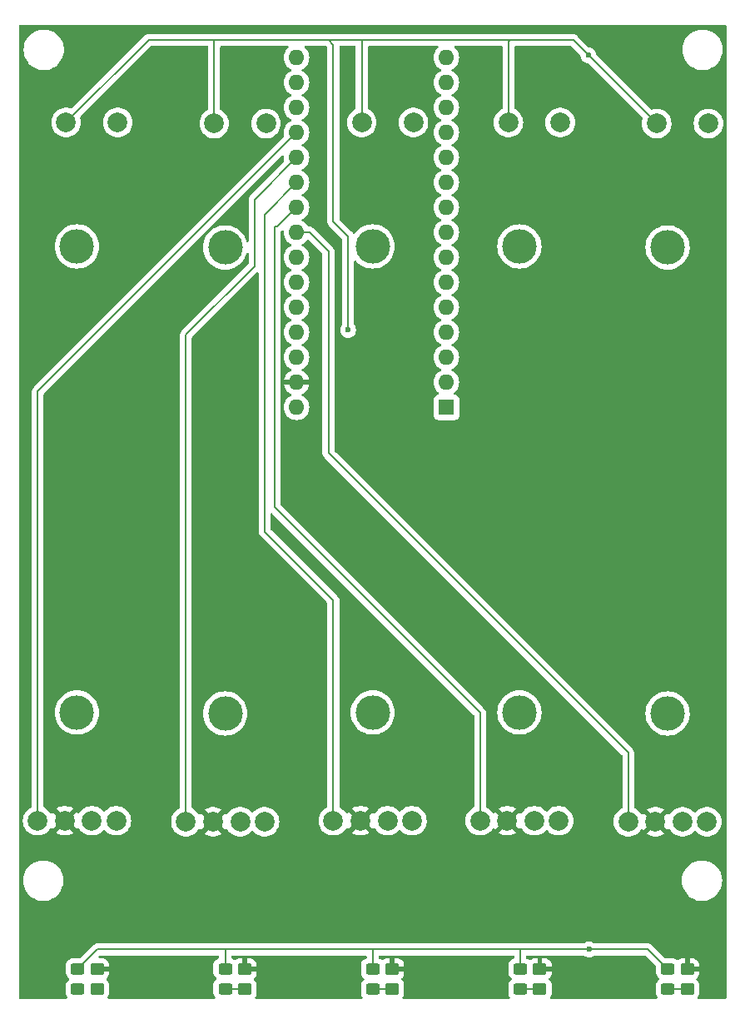
<source format=gtl>
%TF.GenerationSoftware,KiCad,Pcbnew,8.0.0*%
%TF.CreationDate,2024-07-03T13:45:48+02:00*%
%TF.ProjectId,Audio-Controller V1.1,41756469-6f2d-4436-9f6e-74726f6c6c65,rev?*%
%TF.SameCoordinates,Original*%
%TF.FileFunction,Copper,L1,Top*%
%TF.FilePolarity,Positive*%
%FSLAX46Y46*%
G04 Gerber Fmt 4.6, Leading zero omitted, Abs format (unit mm)*
G04 Created by KiCad (PCBNEW 8.0.0) date 2024-07-03 13:45:48*
%MOMM*%
%LPD*%
G01*
G04 APERTURE LIST*
G04 Aperture macros list*
%AMRoundRect*
0 Rectangle with rounded corners*
0 $1 Rounding radius*
0 $2 $3 $4 $5 $6 $7 $8 $9 X,Y pos of 4 corners*
0 Add a 4 corners polygon primitive as box body*
4,1,4,$2,$3,$4,$5,$6,$7,$8,$9,$2,$3,0*
0 Add four circle primitives for the rounded corners*
1,1,$1+$1,$2,$3*
1,1,$1+$1,$4,$5*
1,1,$1+$1,$6,$7*
1,1,$1+$1,$8,$9*
0 Add four rect primitives between the rounded corners*
20,1,$1+$1,$2,$3,$4,$5,0*
20,1,$1+$1,$4,$5,$6,$7,0*
20,1,$1+$1,$6,$7,$8,$9,0*
20,1,$1+$1,$8,$9,$2,$3,0*%
G04 Aperture macros list end*
%TA.AperFunction,SMDPad,CuDef*%
%ADD10RoundRect,0.250000X-0.450000X0.350000X-0.450000X-0.350000X0.450000X-0.350000X0.450000X0.350000X0*%
%TD*%
%TA.AperFunction,SMDPad,CuDef*%
%ADD11RoundRect,0.250000X0.450000X-0.325000X0.450000X0.325000X-0.450000X0.325000X-0.450000X-0.325000X0*%
%TD*%
%TA.AperFunction,ComponentPad*%
%ADD12C,2.000000*%
%TD*%
%TA.AperFunction,ComponentPad*%
%ADD13C,3.500000*%
%TD*%
%TA.AperFunction,ComponentPad*%
%ADD14R,1.600000X1.600000*%
%TD*%
%TA.AperFunction,ComponentPad*%
%ADD15O,1.600000X1.600000*%
%TD*%
%TA.AperFunction,ViaPad*%
%ADD16C,0.600000*%
%TD*%
%TA.AperFunction,Conductor*%
%ADD17C,0.200000*%
%TD*%
G04 APERTURE END LIST*
D10*
%TO.P,R5,1*%
%TO.N,GND*%
X116500000Y-113000000D03*
%TO.P,R5,2*%
%TO.N,Net-(D5-K)*%
X116500000Y-115000000D03*
%TD*%
%TO.P,R4,1*%
%TO.N,GND*%
X101500000Y-113000000D03*
%TO.P,R4,2*%
%TO.N,Net-(D4-K)*%
X101500000Y-115000000D03*
%TD*%
%TO.P,R3,1*%
%TO.N,GND*%
X86500000Y-113000000D03*
%TO.P,R3,2*%
%TO.N,Net-(D3-K)*%
X86500000Y-115000000D03*
%TD*%
%TO.P,R2,1*%
%TO.N,GND*%
X71500000Y-113000000D03*
%TO.P,R2,2*%
%TO.N,Net-(D2-K)*%
X71500000Y-115000000D03*
%TD*%
%TO.P,R1,1*%
%TO.N,GND*%
X56500000Y-113000000D03*
%TO.P,R1,2*%
%TO.N,Net-(D1-K)*%
X56500000Y-115000000D03*
%TD*%
D11*
%TO.P,D5,1,K*%
%TO.N,Net-(D5-K)*%
X114500000Y-115025000D03*
%TO.P,D5,2,A*%
%TO.N,+5V*%
X114500000Y-112975000D03*
%TD*%
%TO.P,D4,1,K*%
%TO.N,Net-(D4-K)*%
X99500000Y-115025000D03*
%TO.P,D4,2,A*%
%TO.N,+5V*%
X99500000Y-112975000D03*
%TD*%
%TO.P,D3,1,K*%
%TO.N,Net-(D3-K)*%
X84500000Y-115025000D03*
%TO.P,D3,2,A*%
%TO.N,+5V*%
X84500000Y-112975000D03*
%TD*%
%TO.P,D2,1,K*%
%TO.N,Net-(D2-K)*%
X69500000Y-115000000D03*
%TO.P,D2,2,A*%
%TO.N,+5V*%
X69500000Y-112950000D03*
%TD*%
%TO.P,D1,1,K*%
%TO.N,Net-(D1-K)*%
X54500000Y-115025000D03*
%TO.P,D1,2,A*%
%TO.N,+5V*%
X54500000Y-112975000D03*
%TD*%
D12*
%TO.P,Double_Slider_Potentiometer5,1,Slider*%
%TO.N,Net-(A1-A4)*%
X110500000Y-98000000D03*
%TO.P,Double_Slider_Potentiometer5,2,0Ohm*%
%TO.N,GND*%
X113262000Y-98000000D03*
%TO.P,Double_Slider_Potentiometer5,3,Slider*%
%TO.N,unconnected-(Double_Slider_Potentiometer5-Slider-Pad3)*%
X116024000Y-98000000D03*
%TO.P,Double_Slider_Potentiometer5,4,0Ohm*%
%TO.N,unconnected-(Double_Slider_Potentiometer5-0Ohm-Pad4)*%
X118500000Y-98000000D03*
%TO.P,Double_Slider_Potentiometer5,5,MaxOhm*%
%TO.N,+5V*%
X113388000Y-27000000D03*
%TO.P,Double_Slider_Potentiometer5,6,MaxOhm*%
%TO.N,unconnected-(Double_Slider_Potentiometer5-MaxOhm-Pad6)*%
X118650000Y-27000000D03*
D13*
%TO.P,Double_Slider_Potentiometer5,7*%
%TO.N,N/C*%
X114500000Y-87000000D03*
%TO.P,Double_Slider_Potentiometer5,8*%
X114500000Y-39600000D03*
%TD*%
D14*
%TO.P,A1,1,D1/TX*%
%TO.N,unconnected-(A1-D1{slash}TX-Pad1)*%
X92000000Y-55860000D03*
D15*
%TO.P,A1,2,D0/RX*%
%TO.N,unconnected-(A1-D0{slash}RX-Pad2)*%
X92000000Y-53320000D03*
%TO.P,A1,3,~{RESET}*%
%TO.N,unconnected-(A1-~{RESET}-Pad3)*%
X92000000Y-50780000D03*
%TO.P,A1,4,GND*%
%TO.N,unconnected-(A1-GND-Pad4)*%
X92000000Y-48240000D03*
%TO.P,A1,5,D2*%
%TO.N,unconnected-(A1-D2-Pad5)*%
X92000000Y-45700000D03*
%TO.P,A1,6,D3*%
%TO.N,unconnected-(A1-D3-Pad6)*%
X92000000Y-43160000D03*
%TO.P,A1,7,D4*%
%TO.N,unconnected-(A1-D4-Pad7)*%
X92000000Y-40620000D03*
%TO.P,A1,8,D5*%
%TO.N,unconnected-(A1-D5-Pad8)*%
X92000000Y-38080000D03*
%TO.P,A1,9,D6*%
%TO.N,unconnected-(A1-D6-Pad9)*%
X92000000Y-35540000D03*
%TO.P,A1,10,D7*%
%TO.N,unconnected-(A1-D7-Pad10)*%
X92000000Y-33000000D03*
%TO.P,A1,11,D8*%
%TO.N,unconnected-(A1-D8-Pad11)*%
X92000000Y-30460000D03*
%TO.P,A1,12,D9*%
%TO.N,unconnected-(A1-D9-Pad12)*%
X92000000Y-27920000D03*
%TO.P,A1,13,D10*%
%TO.N,unconnected-(A1-D10-Pad13)*%
X92000000Y-25380000D03*
%TO.P,A1,14,D11*%
%TO.N,unconnected-(A1-D11-Pad14)*%
X92000000Y-22840000D03*
%TO.P,A1,15,D12*%
%TO.N,unconnected-(A1-D12-Pad15)*%
X92000000Y-20300000D03*
%TO.P,A1,16,D13*%
%TO.N,unconnected-(A1-D13-Pad16)*%
X76760000Y-20300000D03*
%TO.P,A1,17,3V3*%
%TO.N,unconnected-(A1-3V3-Pad17)*%
X76760000Y-22840000D03*
%TO.P,A1,18,AREF*%
%TO.N,unconnected-(A1-AREF-Pad18)*%
X76760000Y-25380000D03*
%TO.P,A1,19,A0*%
%TO.N,Net-(A1-A0)*%
X76760000Y-27920000D03*
%TO.P,A1,20,A1*%
%TO.N,Net-(A1-A1)*%
X76760000Y-30460000D03*
%TO.P,A1,21,A2*%
%TO.N,Net-(A1-A2)*%
X76760000Y-33000000D03*
%TO.P,A1,22,A3*%
%TO.N,Net-(A1-A3)*%
X76760000Y-35540000D03*
%TO.P,A1,23,A4*%
%TO.N,Net-(A1-A4)*%
X76760000Y-38080000D03*
%TO.P,A1,24,A5*%
%TO.N,unconnected-(A1-A5-Pad24)*%
X76760000Y-40620000D03*
%TO.P,A1,25,A6*%
%TO.N,unconnected-(A1-A6-Pad25)*%
X76760000Y-43160000D03*
%TO.P,A1,26,A7*%
%TO.N,unconnected-(A1-A7-Pad26)*%
X76760000Y-45700000D03*
%TO.P,A1,27,+5V*%
%TO.N,+5V*%
X76760000Y-48240000D03*
%TO.P,A1,28,~{RESET}*%
%TO.N,unconnected-(A1-~{RESET}-Pad28)*%
X76760000Y-50780000D03*
%TO.P,A1,29,GND*%
%TO.N,GND*%
X76760000Y-53320000D03*
%TO.P,A1,30,VIN*%
%TO.N,unconnected-(A1-VIN-Pad30)*%
X76760000Y-55860000D03*
%TD*%
D12*
%TO.P,Double_Slider_Potentiometer2,1,Slider*%
%TO.N,Net-(A1-A1)*%
X65500000Y-98000000D03*
%TO.P,Double_Slider_Potentiometer2,2,0Ohm*%
%TO.N,GND*%
X68262000Y-98000000D03*
%TO.P,Double_Slider_Potentiometer2,3,Slider*%
%TO.N,unconnected-(Double_Slider_Potentiometer2-Slider-Pad3)*%
X71024000Y-98000000D03*
%TO.P,Double_Slider_Potentiometer2,4,0Ohm*%
%TO.N,unconnected-(Double_Slider_Potentiometer2-0Ohm-Pad4)*%
X73500000Y-98000000D03*
%TO.P,Double_Slider_Potentiometer2,5,MaxOhm*%
%TO.N,+5V*%
X68388000Y-27000000D03*
%TO.P,Double_Slider_Potentiometer2,6,MaxOhm*%
%TO.N,unconnected-(Double_Slider_Potentiometer2-MaxOhm-Pad6)*%
X73650000Y-27000000D03*
D13*
%TO.P,Double_Slider_Potentiometer2,7*%
%TO.N,N/C*%
X69500000Y-87000000D03*
%TO.P,Double_Slider_Potentiometer2,8*%
X69500000Y-39600000D03*
%TD*%
D12*
%TO.P,Double_Slider_Potentiometer1,1,Slider*%
%TO.N,Net-(A1-A0)*%
X50425000Y-97900000D03*
%TO.P,Double_Slider_Potentiometer1,2,0Ohm*%
%TO.N,GND*%
X53187000Y-97900000D03*
%TO.P,Double_Slider_Potentiometer1,3,Slider*%
%TO.N,unconnected-(Double_Slider_Potentiometer1-Slider-Pad3)*%
X55949000Y-97900000D03*
%TO.P,Double_Slider_Potentiometer1,4,0Ohm*%
%TO.N,unconnected-(Double_Slider_Potentiometer1-0Ohm-Pad4)*%
X58425000Y-97900000D03*
%TO.P,Double_Slider_Potentiometer1,5,MaxOhm*%
%TO.N,+5V*%
X53313000Y-26900000D03*
%TO.P,Double_Slider_Potentiometer1,6,MaxOhm*%
%TO.N,unconnected-(Double_Slider_Potentiometer1-MaxOhm-Pad6)*%
X58575000Y-26900000D03*
D13*
%TO.P,Double_Slider_Potentiometer1,7*%
%TO.N,N/C*%
X54425000Y-86900000D03*
%TO.P,Double_Slider_Potentiometer1,8*%
X54425000Y-39500000D03*
%TD*%
D12*
%TO.P,Double_Slider_Potentiometer4,1,Slider*%
%TO.N,Net-(A1-A3)*%
X95425000Y-97900000D03*
%TO.P,Double_Slider_Potentiometer4,2,0Ohm*%
%TO.N,GND*%
X98187000Y-97900000D03*
%TO.P,Double_Slider_Potentiometer4,3,Slider*%
%TO.N,unconnected-(Double_Slider_Potentiometer4-Slider-Pad3)*%
X100949000Y-97900000D03*
%TO.P,Double_Slider_Potentiometer4,4,0Ohm*%
%TO.N,unconnected-(Double_Slider_Potentiometer4-0Ohm-Pad4)*%
X103425000Y-97900000D03*
%TO.P,Double_Slider_Potentiometer4,5,MaxOhm*%
%TO.N,+5V*%
X98313000Y-26900000D03*
%TO.P,Double_Slider_Potentiometer4,6,MaxOhm*%
%TO.N,unconnected-(Double_Slider_Potentiometer4-MaxOhm-Pad6)*%
X103575000Y-26900000D03*
D13*
%TO.P,Double_Slider_Potentiometer4,7*%
%TO.N,N/C*%
X99425000Y-86900000D03*
%TO.P,Double_Slider_Potentiometer4,8*%
X99425000Y-39500000D03*
%TD*%
D12*
%TO.P,Double_Slider_Potentiometer3,1,Slider*%
%TO.N,Net-(A1-A2)*%
X80500000Y-97900000D03*
%TO.P,Double_Slider_Potentiometer3,2,0Ohm*%
%TO.N,GND*%
X83262000Y-97900000D03*
%TO.P,Double_Slider_Potentiometer3,3,Slider*%
%TO.N,unconnected-(Double_Slider_Potentiometer3-Slider-Pad3)*%
X86024000Y-97900000D03*
%TO.P,Double_Slider_Potentiometer3,4,0Ohm*%
%TO.N,unconnected-(Double_Slider_Potentiometer3-0Ohm-Pad4)*%
X88500000Y-97900000D03*
%TO.P,Double_Slider_Potentiometer3,5,MaxOhm*%
%TO.N,+5V*%
X83388000Y-26900000D03*
%TO.P,Double_Slider_Potentiometer3,6,MaxOhm*%
%TO.N,unconnected-(Double_Slider_Potentiometer3-MaxOhm-Pad6)*%
X88650000Y-26900000D03*
D13*
%TO.P,Double_Slider_Potentiometer3,7*%
%TO.N,N/C*%
X84500000Y-86900000D03*
%TO.P,Double_Slider_Potentiometer3,8*%
X84500000Y-39500000D03*
%TD*%
D16*
%TO.N,+5V*%
X106500000Y-111000000D03*
X106444000Y-20056000D03*
X82000000Y-48000000D03*
%TD*%
D17*
%TO.N,+5V*%
X106500000Y-111000000D02*
X112500000Y-111000000D01*
X112500000Y-111000000D02*
X114500000Y-113000000D01*
X99500000Y-111000000D02*
X106500000Y-111000000D01*
%TO.N,Net-(A1-A2)*%
X73500000Y-68500000D02*
X73500000Y-36260000D01*
X73500000Y-36260000D02*
X76760000Y-33000000D01*
X80500000Y-97900000D02*
X80500000Y-75500000D01*
X80500000Y-75500000D02*
X73500000Y-68500000D01*
%TO.N,+5V*%
X104888000Y-18500000D02*
X106444000Y-20056000D01*
X98500000Y-18500000D02*
X104888000Y-18500000D01*
X106444000Y-20056000D02*
X113388000Y-27000000D01*
X80500000Y-19000000D02*
X80000000Y-18500000D01*
X80500000Y-37000000D02*
X80500000Y-19000000D01*
X82000000Y-38500000D02*
X80500000Y-37000000D01*
X82000000Y-48000000D02*
X82000000Y-38500000D01*
X99500000Y-112975000D02*
X99500000Y-111000000D01*
X84500000Y-111000000D02*
X99500000Y-111000000D01*
X84500000Y-112975000D02*
X84500000Y-111000000D01*
X69500000Y-111000000D02*
X84500000Y-111000000D01*
X56500000Y-111000000D02*
X69500000Y-111000000D01*
X69500000Y-112950000D02*
X69500000Y-111000000D01*
%TO.N,Net-(D5-K)*%
X116475000Y-115025000D02*
X116500000Y-115000000D01*
X114500000Y-115025000D02*
X116475000Y-115025000D01*
%TO.N,Net-(D4-K)*%
X99500000Y-115025000D02*
X101475000Y-115025000D01*
X101475000Y-115025000D02*
X101500000Y-115000000D01*
%TO.N,Net-(D3-K)*%
X86475000Y-115025000D02*
X86500000Y-115000000D01*
X84500000Y-115025000D02*
X86475000Y-115025000D01*
%TO.N,Net-(D2-K)*%
X69500000Y-115000000D02*
X71500000Y-115000000D01*
%TO.N,+5V*%
X54500000Y-113000000D02*
X56500000Y-111000000D01*
%TO.N,Net-(A1-A2)*%
X80100000Y-97900000D02*
X80000000Y-98000000D01*
X80500000Y-97900000D02*
X80100000Y-97900000D01*
%TO.N,Net-(A1-A4)*%
X110500000Y-91000000D02*
X80000000Y-60500000D01*
X78080000Y-38080000D02*
X76760000Y-38080000D01*
X80000000Y-40000000D02*
X78080000Y-38080000D01*
X110500000Y-98000000D02*
X110500000Y-91000000D01*
X80000000Y-60500000D02*
X80000000Y-40000000D01*
%TO.N,Net-(A1-A1)*%
X72500000Y-41500000D02*
X72500000Y-34720000D01*
X65500000Y-98000000D02*
X65500000Y-48500000D01*
X72500000Y-34720000D02*
X76760000Y-30460000D01*
X65500000Y-48500000D02*
X72500000Y-41500000D01*
%TO.N,Net-(A1-A0)*%
X50425000Y-54255000D02*
X76760000Y-27920000D01*
X50425000Y-97900000D02*
X50425000Y-54255000D01*
%TO.N,Net-(A1-A3)*%
X95425000Y-86925000D02*
X95425000Y-97900000D01*
X74500000Y-37500000D02*
X74500000Y-66000000D01*
X76760000Y-35540000D02*
X74800000Y-37500000D01*
X74500000Y-66000000D02*
X95425000Y-86925000D01*
X74800000Y-37500000D02*
X74500000Y-37500000D01*
%TO.N,+5V*%
X68388000Y-27000000D02*
X68388000Y-18612000D01*
X83388000Y-18612000D02*
X83500000Y-18500000D01*
X83388000Y-26900000D02*
X83388000Y-18612000D01*
X83500000Y-18500000D02*
X98500000Y-18500000D01*
X68500000Y-18500000D02*
X80000000Y-18500000D01*
X98313000Y-18687000D02*
X98500000Y-18500000D01*
X68388000Y-18612000D02*
X68500000Y-18500000D01*
X80000000Y-18500000D02*
X83500000Y-18500000D01*
X98313000Y-26900000D02*
X98313000Y-18687000D01*
X53313000Y-26900000D02*
X61713000Y-18500000D01*
X61713000Y-18500000D02*
X68500000Y-18500000D01*
%TD*%
%TA.AperFunction,Conductor*%
%TO.N,GND*%
G36*
X120442539Y-17020185D02*
G01*
X120488294Y-17072989D01*
X120499500Y-17124500D01*
X120499500Y-115875500D01*
X120479815Y-115942539D01*
X120427011Y-115988294D01*
X120375500Y-115999500D01*
X117653341Y-115999500D01*
X117586302Y-115979815D01*
X117540547Y-115927011D01*
X117530603Y-115857853D01*
X117547802Y-115810404D01*
X117634810Y-115669340D01*
X117634814Y-115669334D01*
X117689999Y-115502797D01*
X117700500Y-115400009D01*
X117700499Y-114599992D01*
X117689999Y-114497203D01*
X117634814Y-114330666D01*
X117542712Y-114181344D01*
X117448695Y-114087327D01*
X117415210Y-114026004D01*
X117420194Y-113956312D01*
X117448695Y-113911964D01*
X117542317Y-113818342D01*
X117634356Y-113669124D01*
X117634358Y-113669119D01*
X117689505Y-113502697D01*
X117689506Y-113502690D01*
X117699999Y-113399986D01*
X117700000Y-113399973D01*
X117700000Y-113250000D01*
X116374000Y-113250000D01*
X116306961Y-113230315D01*
X116261206Y-113177511D01*
X116250000Y-113126000D01*
X116250000Y-111900000D01*
X116750000Y-111900000D01*
X116750000Y-112750000D01*
X117699999Y-112750000D01*
X117699999Y-112600028D01*
X117699998Y-112600013D01*
X117689505Y-112497302D01*
X117634358Y-112330880D01*
X117634356Y-112330875D01*
X117542315Y-112181654D01*
X117418345Y-112057684D01*
X117269124Y-111965643D01*
X117269119Y-111965641D01*
X117102697Y-111910494D01*
X117102690Y-111910493D01*
X116999986Y-111900000D01*
X116750000Y-111900000D01*
X116250000Y-111900000D01*
X116000029Y-111900000D01*
X116000012Y-111900001D01*
X115897302Y-111910494D01*
X115730880Y-111965641D01*
X115730875Y-111965643D01*
X115581649Y-112057687D01*
X115577305Y-112061122D01*
X115512507Y-112087255D01*
X115443866Y-112074207D01*
X115423497Y-112061116D01*
X115418660Y-112057292D01*
X115418656Y-112057288D01*
X115297612Y-111982628D01*
X115269336Y-111965187D01*
X115269331Y-111965185D01*
X115267862Y-111964698D01*
X115102797Y-111910001D01*
X115102795Y-111910000D01*
X115000016Y-111899500D01*
X115000009Y-111899500D01*
X114300097Y-111899500D01*
X114233058Y-111879815D01*
X114212416Y-111863181D01*
X112987590Y-110638355D01*
X112987588Y-110638352D01*
X112868717Y-110519481D01*
X112868709Y-110519475D01*
X112766936Y-110460717D01*
X112766934Y-110460716D01*
X112731790Y-110440425D01*
X112731789Y-110440424D01*
X112719263Y-110437067D01*
X112579057Y-110399499D01*
X112420943Y-110399499D01*
X112413347Y-110399499D01*
X112413331Y-110399500D01*
X107082412Y-110399500D01*
X107015373Y-110379815D01*
X107005097Y-110372445D01*
X107002263Y-110370185D01*
X107002262Y-110370184D01*
X106945496Y-110334515D01*
X106849523Y-110274211D01*
X106679254Y-110214631D01*
X106679249Y-110214630D01*
X106500004Y-110194435D01*
X106499996Y-110194435D01*
X106320750Y-110214630D01*
X106320745Y-110214631D01*
X106150476Y-110274211D01*
X105997736Y-110370185D01*
X105994903Y-110372445D01*
X105992724Y-110373334D01*
X105991842Y-110373889D01*
X105991744Y-110373734D01*
X105930217Y-110398855D01*
X105917588Y-110399500D01*
X99579057Y-110399500D01*
X84579057Y-110399500D01*
X69579057Y-110399500D01*
X56579057Y-110399500D01*
X56420943Y-110399500D01*
X56268215Y-110440423D01*
X56268214Y-110440423D01*
X56268212Y-110440424D01*
X56268209Y-110440425D01*
X56233066Y-110460716D01*
X56233064Y-110460717D01*
X56131290Y-110519475D01*
X56131282Y-110519481D01*
X56019478Y-110631286D01*
X54787582Y-111863181D01*
X54726259Y-111896666D01*
X54699901Y-111899500D01*
X53999998Y-111899500D01*
X53999980Y-111899501D01*
X53897203Y-111910000D01*
X53897200Y-111910001D01*
X53730668Y-111965185D01*
X53730663Y-111965187D01*
X53581342Y-112057289D01*
X53457289Y-112181342D01*
X53365187Y-112330663D01*
X53365185Y-112330668D01*
X53365115Y-112330880D01*
X53310001Y-112497203D01*
X53310001Y-112497204D01*
X53310000Y-112497204D01*
X53299500Y-112599983D01*
X53299500Y-113350001D01*
X53299501Y-113350019D01*
X53310000Y-113452796D01*
X53310001Y-113452799D01*
X53365185Y-113619331D01*
X53365187Y-113619336D01*
X53457289Y-113768657D01*
X53581346Y-113892714D01*
X53584182Y-113894463D01*
X53585717Y-113896170D01*
X53587011Y-113897193D01*
X53586836Y-113897414D01*
X53630905Y-113946411D01*
X53642126Y-114015374D01*
X53614282Y-114079456D01*
X53584182Y-114105537D01*
X53581346Y-114107285D01*
X53457289Y-114231342D01*
X53365187Y-114380663D01*
X53365186Y-114380666D01*
X53310001Y-114547203D01*
X53310001Y-114547204D01*
X53310000Y-114547204D01*
X53299500Y-114649983D01*
X53299500Y-115400001D01*
X53299501Y-115400019D01*
X53310000Y-115502796D01*
X53310001Y-115502799D01*
X53365185Y-115669331D01*
X53365189Y-115669340D01*
X53452198Y-115810404D01*
X53470638Y-115877796D01*
X53449715Y-115944459D01*
X53396073Y-115989229D01*
X53346659Y-115999500D01*
X48624500Y-115999500D01*
X48557461Y-115979815D01*
X48511706Y-115927011D01*
X48500500Y-115875500D01*
X48500500Y-104000000D01*
X48944709Y-104000000D01*
X48963851Y-104279862D01*
X48963852Y-104279864D01*
X49020921Y-104554499D01*
X49020926Y-104554516D01*
X49031075Y-104583071D01*
X49114864Y-104818830D01*
X49243919Y-105067896D01*
X49405688Y-105297069D01*
X49405692Y-105297073D01*
X49405692Y-105297074D01*
X49597154Y-105502080D01*
X49597155Y-105502081D01*
X49814754Y-105679111D01*
X49814756Y-105679112D01*
X49814757Y-105679113D01*
X50054433Y-105824863D01*
X50263257Y-105915567D01*
X50311725Y-105936620D01*
X50581839Y-106012303D01*
X50826159Y-106045884D01*
X50859741Y-106050500D01*
X50859742Y-106050500D01*
X51140259Y-106050500D01*
X51170219Y-106046381D01*
X51418161Y-106012303D01*
X51688275Y-105936620D01*
X51945568Y-105824862D01*
X52185246Y-105679111D01*
X52402845Y-105502081D01*
X52594312Y-105297069D01*
X52756081Y-105067896D01*
X52885136Y-104818830D01*
X52979075Y-104554511D01*
X52979076Y-104554504D01*
X52979078Y-104554499D01*
X53010845Y-104401626D01*
X53036148Y-104279862D01*
X53055291Y-104000000D01*
X115944709Y-104000000D01*
X115963851Y-104279862D01*
X115963852Y-104279864D01*
X116020921Y-104554499D01*
X116020926Y-104554516D01*
X116031075Y-104583071D01*
X116114864Y-104818830D01*
X116243919Y-105067896D01*
X116405688Y-105297069D01*
X116405692Y-105297073D01*
X116405692Y-105297074D01*
X116597154Y-105502080D01*
X116597155Y-105502081D01*
X116814754Y-105679111D01*
X116814756Y-105679112D01*
X116814757Y-105679113D01*
X117054433Y-105824863D01*
X117263257Y-105915567D01*
X117311725Y-105936620D01*
X117581839Y-106012303D01*
X117826159Y-106045884D01*
X117859741Y-106050500D01*
X117859742Y-106050500D01*
X118140259Y-106050500D01*
X118170219Y-106046381D01*
X118418161Y-106012303D01*
X118688275Y-105936620D01*
X118945568Y-105824862D01*
X119185246Y-105679111D01*
X119402845Y-105502081D01*
X119594312Y-105297069D01*
X119756081Y-105067896D01*
X119885136Y-104818830D01*
X119979075Y-104554511D01*
X119979076Y-104554504D01*
X119979078Y-104554499D01*
X120010845Y-104401626D01*
X120036148Y-104279862D01*
X120055291Y-104000000D01*
X120036148Y-103720138D01*
X120010845Y-103598374D01*
X119979078Y-103445500D01*
X119979073Y-103445483D01*
X119953576Y-103373742D01*
X119885136Y-103181170D01*
X119756081Y-102932104D01*
X119594312Y-102702931D01*
X119594307Y-102702925D01*
X119402845Y-102497919D01*
X119185242Y-102320886D01*
X118945566Y-102175136D01*
X118688276Y-102063380D01*
X118418166Y-101987698D01*
X118418162Y-101987697D01*
X118418161Y-101987697D01*
X118279209Y-101968598D01*
X118140259Y-101949500D01*
X118140258Y-101949500D01*
X117859742Y-101949500D01*
X117859741Y-101949500D01*
X117581839Y-101987697D01*
X117581833Y-101987698D01*
X117311723Y-102063380D01*
X117054433Y-102175136D01*
X116814757Y-102320886D01*
X116597154Y-102497919D01*
X116405692Y-102702925D01*
X116405692Y-102702926D01*
X116243919Y-102932103D01*
X116114863Y-103181171D01*
X116020926Y-103445483D01*
X116020921Y-103445500D01*
X115963852Y-103720135D01*
X115963851Y-103720137D01*
X115944709Y-104000000D01*
X53055291Y-104000000D01*
X53036148Y-103720138D01*
X53010845Y-103598374D01*
X52979078Y-103445500D01*
X52979073Y-103445483D01*
X52953576Y-103373742D01*
X52885136Y-103181170D01*
X52756081Y-102932104D01*
X52594312Y-102702931D01*
X52594307Y-102702925D01*
X52402845Y-102497919D01*
X52185242Y-102320886D01*
X51945566Y-102175136D01*
X51688276Y-102063380D01*
X51418166Y-101987698D01*
X51418162Y-101987697D01*
X51418161Y-101987697D01*
X51279209Y-101968598D01*
X51140259Y-101949500D01*
X51140258Y-101949500D01*
X50859742Y-101949500D01*
X50859741Y-101949500D01*
X50581839Y-101987697D01*
X50581833Y-101987698D01*
X50311723Y-102063380D01*
X50054433Y-102175136D01*
X49814757Y-102320886D01*
X49597154Y-102497919D01*
X49405692Y-102702925D01*
X49405692Y-102702926D01*
X49243919Y-102932103D01*
X49114863Y-103181171D01*
X49020926Y-103445483D01*
X49020921Y-103445500D01*
X48963852Y-103720135D01*
X48963851Y-103720137D01*
X48944709Y-104000000D01*
X48500500Y-104000000D01*
X48500500Y-97900005D01*
X48919357Y-97900005D01*
X48939890Y-98147812D01*
X48939892Y-98147824D01*
X49000936Y-98388881D01*
X49100826Y-98616606D01*
X49236833Y-98824782D01*
X49236835Y-98824784D01*
X49236836Y-98824785D01*
X49405256Y-99007738D01*
X49601491Y-99160474D01*
X49601493Y-99160475D01*
X49819332Y-99278364D01*
X49820190Y-99278828D01*
X50039141Y-99353994D01*
X50053964Y-99359083D01*
X50055386Y-99359571D01*
X50300665Y-99400500D01*
X50549335Y-99400500D01*
X50794614Y-99359571D01*
X51029810Y-99278828D01*
X51248509Y-99160474D01*
X51444744Y-99007738D01*
X51613164Y-98824785D01*
X51702491Y-98688059D01*
X51755635Y-98642704D01*
X51824866Y-98633280D01*
X51888202Y-98662781D01*
X51910106Y-98688060D01*
X51963563Y-98769882D01*
X51963564Y-98769882D01*
X52704037Y-98029409D01*
X52721075Y-98092993D01*
X52786901Y-98207007D01*
X52879993Y-98300099D01*
X52994007Y-98365925D01*
X53057590Y-98382962D01*
X52316942Y-99123609D01*
X52363768Y-99160055D01*
X52363770Y-99160056D01*
X52582385Y-99278364D01*
X52582396Y-99278369D01*
X52817506Y-99359083D01*
X53062707Y-99400000D01*
X53311293Y-99400000D01*
X53556493Y-99359083D01*
X53791603Y-99278369D01*
X53791614Y-99278364D01*
X54010228Y-99160057D01*
X54010231Y-99160055D01*
X54057056Y-99123609D01*
X53316409Y-98382962D01*
X53379993Y-98365925D01*
X53494007Y-98300099D01*
X53587099Y-98207007D01*
X53652925Y-98092993D01*
X53669962Y-98029410D01*
X54410434Y-98769882D01*
X54463892Y-98688060D01*
X54517038Y-98642704D01*
X54586269Y-98633280D01*
X54649605Y-98662782D01*
X54671509Y-98688060D01*
X54760836Y-98824785D01*
X54929256Y-99007738D01*
X55125491Y-99160474D01*
X55125493Y-99160475D01*
X55343332Y-99278364D01*
X55344190Y-99278828D01*
X55563141Y-99353994D01*
X55577964Y-99359083D01*
X55579386Y-99359571D01*
X55824665Y-99400500D01*
X56073335Y-99400500D01*
X56318614Y-99359571D01*
X56553810Y-99278828D01*
X56772509Y-99160474D01*
X56968744Y-99007738D01*
X57095771Y-98869748D01*
X57155657Y-98833760D01*
X57225495Y-98835860D01*
X57278227Y-98869748D01*
X57405256Y-99007738D01*
X57601491Y-99160474D01*
X57601493Y-99160475D01*
X57819332Y-99278364D01*
X57820190Y-99278828D01*
X58039141Y-99353994D01*
X58053964Y-99359083D01*
X58055386Y-99359571D01*
X58300665Y-99400500D01*
X58549335Y-99400500D01*
X58794614Y-99359571D01*
X59029810Y-99278828D01*
X59248509Y-99160474D01*
X59444744Y-99007738D01*
X59613164Y-98824785D01*
X59749173Y-98616607D01*
X59849063Y-98388881D01*
X59910108Y-98147821D01*
X59914651Y-98092993D01*
X59930643Y-97900005D01*
X59930643Y-97899994D01*
X59910109Y-97652187D01*
X59910107Y-97652175D01*
X59849063Y-97411118D01*
X59749173Y-97183393D01*
X59613166Y-96975217D01*
X59536800Y-96892262D01*
X59444744Y-96792262D01*
X59248509Y-96639526D01*
X59248507Y-96639525D01*
X59248506Y-96639524D01*
X59029811Y-96521172D01*
X59029802Y-96521169D01*
X58794616Y-96440429D01*
X58549335Y-96399500D01*
X58300665Y-96399500D01*
X58055383Y-96440429D01*
X57820197Y-96521169D01*
X57820188Y-96521172D01*
X57601493Y-96639524D01*
X57405257Y-96792261D01*
X57278230Y-96930249D01*
X57218342Y-96966240D01*
X57148504Y-96964139D01*
X57095770Y-96930249D01*
X57060800Y-96892262D01*
X56968744Y-96792262D01*
X56772509Y-96639526D01*
X56772507Y-96639525D01*
X56772506Y-96639524D01*
X56553811Y-96521172D01*
X56553802Y-96521169D01*
X56318616Y-96440429D01*
X56073335Y-96399500D01*
X55824665Y-96399500D01*
X55579383Y-96440429D01*
X55344197Y-96521169D01*
X55344188Y-96521172D01*
X55125493Y-96639524D01*
X54949648Y-96776390D01*
X54929256Y-96792262D01*
X54837200Y-96892262D01*
X54760836Y-96975215D01*
X54671510Y-97111939D01*
X54618363Y-97157295D01*
X54549132Y-97166719D01*
X54485796Y-97137217D01*
X54463893Y-97111939D01*
X54410434Y-97030116D01*
X53669962Y-97770589D01*
X53652925Y-97707007D01*
X53587099Y-97592993D01*
X53494007Y-97499901D01*
X53379993Y-97434075D01*
X53316410Y-97417037D01*
X54057057Y-96676390D01*
X54057056Y-96676389D01*
X54010229Y-96639943D01*
X53791614Y-96521635D01*
X53791603Y-96521630D01*
X53556493Y-96440916D01*
X53311293Y-96400000D01*
X53062707Y-96400000D01*
X52817506Y-96440916D01*
X52582396Y-96521630D01*
X52582390Y-96521632D01*
X52363761Y-96639949D01*
X52316942Y-96676388D01*
X52316942Y-96676390D01*
X53057590Y-97417037D01*
X52994007Y-97434075D01*
X52879993Y-97499901D01*
X52786901Y-97592993D01*
X52721075Y-97707007D01*
X52704037Y-97770589D01*
X51963564Y-97030116D01*
X51963563Y-97030116D01*
X51910106Y-97111939D01*
X51856960Y-97157295D01*
X51787729Y-97166719D01*
X51724393Y-97137217D01*
X51702489Y-97111938D01*
X51613166Y-96975217D01*
X51536800Y-96892262D01*
X51444744Y-96792262D01*
X51248509Y-96639526D01*
X51248507Y-96639525D01*
X51248506Y-96639524D01*
X51090482Y-96554006D01*
X51040892Y-96504786D01*
X51025500Y-96444951D01*
X51025500Y-86900007D01*
X52169671Y-86900007D01*
X52188964Y-87194363D01*
X52188965Y-87194373D01*
X52188966Y-87194380D01*
X52188968Y-87194390D01*
X52246518Y-87483716D01*
X52246521Y-87483730D01*
X52341349Y-87763080D01*
X52471825Y-88027660D01*
X52471829Y-88027667D01*
X52635725Y-88272955D01*
X52830241Y-88494758D01*
X53052043Y-88689273D01*
X53297335Y-88853172D01*
X53561923Y-88983652D01*
X53841278Y-89078481D01*
X54130620Y-89136034D01*
X54158888Y-89137886D01*
X54424993Y-89155329D01*
X54425000Y-89155329D01*
X54425007Y-89155329D01*
X54660675Y-89139881D01*
X54719380Y-89136034D01*
X55008722Y-89078481D01*
X55288077Y-88983652D01*
X55552665Y-88853172D01*
X55797957Y-88689273D01*
X56019758Y-88494758D01*
X56214273Y-88272957D01*
X56378172Y-88027665D01*
X56508652Y-87763077D01*
X56603481Y-87483722D01*
X56661034Y-87194380D01*
X56672854Y-87014047D01*
X56680329Y-86900007D01*
X56680329Y-86899992D01*
X56661035Y-86605636D01*
X56661034Y-86605620D01*
X56603481Y-86316278D01*
X56508652Y-86036923D01*
X56378172Y-85772336D01*
X56214273Y-85527043D01*
X56107455Y-85405241D01*
X56019758Y-85305241D01*
X55797955Y-85110725D01*
X55552667Y-84946829D01*
X55552660Y-84946825D01*
X55288080Y-84816349D01*
X55008730Y-84721521D01*
X55008724Y-84721519D01*
X55008722Y-84721519D01*
X54719380Y-84663966D01*
X54719373Y-84663965D01*
X54719363Y-84663964D01*
X54425007Y-84644671D01*
X54424993Y-84644671D01*
X54130636Y-84663964D01*
X54130624Y-84663965D01*
X54130620Y-84663966D01*
X54130612Y-84663967D01*
X54130609Y-84663968D01*
X53841283Y-84721518D01*
X53841269Y-84721521D01*
X53561919Y-84816349D01*
X53297334Y-84946828D01*
X53052041Y-85110728D01*
X52830241Y-85305241D01*
X52635728Y-85527041D01*
X52471828Y-85772334D01*
X52341349Y-86036919D01*
X52246521Y-86316269D01*
X52246518Y-86316283D01*
X52188968Y-86605609D01*
X52188964Y-86605636D01*
X52169671Y-86899992D01*
X52169671Y-86900007D01*
X51025500Y-86900007D01*
X51025500Y-54555096D01*
X51045185Y-54488057D01*
X51061814Y-54467420D01*
X75250573Y-30278660D01*
X75311894Y-30245177D01*
X75381586Y-30250161D01*
X75437519Y-30292033D01*
X75461936Y-30357497D01*
X75461780Y-30377150D01*
X75454532Y-30459997D01*
X75454532Y-30460001D01*
X75474364Y-30686686D01*
X75474366Y-30686697D01*
X75500152Y-30782931D01*
X75498489Y-30852781D01*
X75468058Y-30902705D01*
X72131286Y-34239478D01*
X72019481Y-34351282D01*
X72019479Y-34351285D01*
X71985910Y-34409430D01*
X71985909Y-34409432D01*
X71940423Y-34488214D01*
X71940423Y-34488215D01*
X71899499Y-34640943D01*
X71899499Y-34640945D01*
X71899499Y-34809046D01*
X71899500Y-34809059D01*
X71899500Y-38916322D01*
X71879815Y-38983361D01*
X71827011Y-39029116D01*
X71757853Y-39039060D01*
X71694297Y-39010035D01*
X71658081Y-38956181D01*
X71618183Y-38838647D01*
X71583652Y-38736923D01*
X71453172Y-38472336D01*
X71289273Y-38227043D01*
X71205296Y-38131286D01*
X71094758Y-38005241D01*
X70872955Y-37810725D01*
X70627667Y-37646829D01*
X70627660Y-37646825D01*
X70363080Y-37516349D01*
X70083730Y-37421521D01*
X70083724Y-37421519D01*
X70083722Y-37421519D01*
X69794380Y-37363966D01*
X69794373Y-37363965D01*
X69794363Y-37363964D01*
X69500007Y-37344671D01*
X69499993Y-37344671D01*
X69205636Y-37363964D01*
X69205624Y-37363965D01*
X69205620Y-37363966D01*
X69205612Y-37363967D01*
X69205609Y-37363968D01*
X68916283Y-37421518D01*
X68916269Y-37421521D01*
X68636919Y-37516349D01*
X68372334Y-37646828D01*
X68127041Y-37810728D01*
X67905241Y-38005241D01*
X67710728Y-38227041D01*
X67546828Y-38472334D01*
X67416349Y-38736919D01*
X67321521Y-39016269D01*
X67321518Y-39016283D01*
X67263968Y-39305609D01*
X67263964Y-39305636D01*
X67244671Y-39599992D01*
X67244671Y-39600007D01*
X67263964Y-39894363D01*
X67263965Y-39894373D01*
X67263966Y-39894380D01*
X67263968Y-39894390D01*
X67321518Y-40183716D01*
X67321521Y-40183730D01*
X67416349Y-40463080D01*
X67546825Y-40727660D01*
X67546829Y-40727667D01*
X67710725Y-40972955D01*
X67905241Y-41194758D01*
X68127044Y-41389274D01*
X68372332Y-41553170D01*
X68372335Y-41553172D01*
X68636923Y-41683652D01*
X68916278Y-41778481D01*
X69205620Y-41836034D01*
X69233888Y-41837886D01*
X69499993Y-41855329D01*
X69500000Y-41855329D01*
X69500007Y-41855329D01*
X69735675Y-41839881D01*
X69794380Y-41836034D01*
X70083722Y-41778481D01*
X70363077Y-41683652D01*
X70627665Y-41553172D01*
X70872957Y-41389273D01*
X71094758Y-41194758D01*
X71289273Y-40972957D01*
X71453172Y-40727665D01*
X71583652Y-40463077D01*
X71658081Y-40243818D01*
X71698270Y-40186664D01*
X71762979Y-40160311D01*
X71831664Y-40173125D01*
X71882517Y-40221039D01*
X71899500Y-40283677D01*
X71899500Y-41199902D01*
X71879815Y-41266941D01*
X71863181Y-41287583D01*
X65019481Y-48131282D01*
X65019479Y-48131285D01*
X64969361Y-48218094D01*
X64969359Y-48218096D01*
X64940425Y-48268209D01*
X64940424Y-48268210D01*
X64940423Y-48268215D01*
X64899499Y-48420943D01*
X64899499Y-48420945D01*
X64899499Y-48589046D01*
X64899500Y-48589059D01*
X64899500Y-96544951D01*
X64879815Y-96611990D01*
X64834518Y-96654006D01*
X64676493Y-96739524D01*
X64480257Y-96892261D01*
X64311833Y-97075217D01*
X64175826Y-97283393D01*
X64075936Y-97511118D01*
X64014892Y-97752175D01*
X64014890Y-97752187D01*
X63994357Y-97999994D01*
X63994357Y-98000005D01*
X64014890Y-98247812D01*
X64014892Y-98247824D01*
X64075936Y-98488881D01*
X64175826Y-98716606D01*
X64311833Y-98924782D01*
X64311835Y-98924784D01*
X64311836Y-98924785D01*
X64480256Y-99107738D01*
X64676491Y-99260474D01*
X64676493Y-99260475D01*
X64894332Y-99378364D01*
X64895190Y-99378828D01*
X65114141Y-99453994D01*
X65128964Y-99459083D01*
X65130386Y-99459571D01*
X65375665Y-99500500D01*
X65624335Y-99500500D01*
X65869614Y-99459571D01*
X66104810Y-99378828D01*
X66323509Y-99260474D01*
X66519744Y-99107738D01*
X66688164Y-98924785D01*
X66777491Y-98788059D01*
X66830635Y-98742704D01*
X66899866Y-98733280D01*
X66963202Y-98762781D01*
X66985106Y-98788060D01*
X67038563Y-98869882D01*
X67038564Y-98869882D01*
X67779037Y-98129409D01*
X67796075Y-98192993D01*
X67861901Y-98307007D01*
X67954993Y-98400099D01*
X68069007Y-98465925D01*
X68132590Y-98482962D01*
X67391942Y-99223609D01*
X67438768Y-99260055D01*
X67438770Y-99260056D01*
X67657385Y-99378364D01*
X67657396Y-99378369D01*
X67892506Y-99459083D01*
X68137707Y-99500000D01*
X68386293Y-99500000D01*
X68631493Y-99459083D01*
X68866603Y-99378369D01*
X68866614Y-99378364D01*
X69085228Y-99260057D01*
X69085231Y-99260055D01*
X69132056Y-99223609D01*
X68391409Y-98482962D01*
X68454993Y-98465925D01*
X68569007Y-98400099D01*
X68662099Y-98307007D01*
X68727925Y-98192993D01*
X68744962Y-98129410D01*
X69485434Y-98869882D01*
X69538892Y-98788060D01*
X69592038Y-98742704D01*
X69661269Y-98733280D01*
X69724605Y-98762782D01*
X69746509Y-98788060D01*
X69835836Y-98924785D01*
X70004256Y-99107738D01*
X70200491Y-99260474D01*
X70200493Y-99260475D01*
X70418332Y-99378364D01*
X70419190Y-99378828D01*
X70638141Y-99453994D01*
X70652964Y-99459083D01*
X70654386Y-99459571D01*
X70899665Y-99500500D01*
X71148335Y-99500500D01*
X71393614Y-99459571D01*
X71628810Y-99378828D01*
X71847509Y-99260474D01*
X72043744Y-99107738D01*
X72170771Y-98969748D01*
X72230657Y-98933760D01*
X72300495Y-98935860D01*
X72353227Y-98969748D01*
X72480256Y-99107738D01*
X72676491Y-99260474D01*
X72676493Y-99260475D01*
X72894332Y-99378364D01*
X72895190Y-99378828D01*
X73114141Y-99453994D01*
X73128964Y-99459083D01*
X73130386Y-99459571D01*
X73375665Y-99500500D01*
X73624335Y-99500500D01*
X73869614Y-99459571D01*
X74104810Y-99378828D01*
X74323509Y-99260474D01*
X74519744Y-99107738D01*
X74688164Y-98924785D01*
X74824173Y-98716607D01*
X74924063Y-98488881D01*
X74985108Y-98247821D01*
X74993394Y-98147824D01*
X75005643Y-98000005D01*
X75005643Y-97999994D01*
X74985109Y-97752187D01*
X74985107Y-97752175D01*
X74924063Y-97511118D01*
X74824173Y-97283393D01*
X74688166Y-97075217D01*
X74596109Y-96975217D01*
X74519744Y-96892262D01*
X74323509Y-96739526D01*
X74323507Y-96739525D01*
X74323506Y-96739524D01*
X74104811Y-96621172D01*
X74104802Y-96621169D01*
X73869616Y-96540429D01*
X73624335Y-96499500D01*
X73375665Y-96499500D01*
X73130383Y-96540429D01*
X72895197Y-96621169D01*
X72895188Y-96621172D01*
X72676493Y-96739524D01*
X72480257Y-96892261D01*
X72353230Y-97030249D01*
X72293342Y-97066240D01*
X72223504Y-97064139D01*
X72170770Y-97030249D01*
X72120109Y-96975217D01*
X72043744Y-96892262D01*
X71847509Y-96739526D01*
X71847507Y-96739525D01*
X71847506Y-96739524D01*
X71628811Y-96621172D01*
X71628802Y-96621169D01*
X71393616Y-96540429D01*
X71148335Y-96499500D01*
X70899665Y-96499500D01*
X70654383Y-96540429D01*
X70419197Y-96621169D01*
X70419188Y-96621172D01*
X70200493Y-96739524D01*
X70004257Y-96892261D01*
X70004256Y-96892262D01*
X69927892Y-96975215D01*
X69835836Y-97075215D01*
X69746510Y-97211939D01*
X69693363Y-97257295D01*
X69624132Y-97266719D01*
X69560796Y-97237217D01*
X69538893Y-97211939D01*
X69485434Y-97130116D01*
X68744962Y-97870589D01*
X68727925Y-97807007D01*
X68662099Y-97692993D01*
X68569007Y-97599901D01*
X68454993Y-97534075D01*
X68391410Y-97517037D01*
X69132057Y-96776390D01*
X69132056Y-96776389D01*
X69085229Y-96739943D01*
X68866614Y-96621635D01*
X68866603Y-96621630D01*
X68631493Y-96540916D01*
X68386293Y-96500000D01*
X68137707Y-96500000D01*
X67892506Y-96540916D01*
X67657396Y-96621630D01*
X67657390Y-96621632D01*
X67438761Y-96739949D01*
X67391942Y-96776388D01*
X67391942Y-96776390D01*
X68132590Y-97517037D01*
X68069007Y-97534075D01*
X67954993Y-97599901D01*
X67861901Y-97692993D01*
X67796075Y-97807007D01*
X67779037Y-97870589D01*
X67038564Y-97130116D01*
X67038563Y-97130116D01*
X66985106Y-97211939D01*
X66931960Y-97257295D01*
X66862729Y-97266719D01*
X66799393Y-97237217D01*
X66777489Y-97211938D01*
X66688166Y-97075217D01*
X66596109Y-96975217D01*
X66519744Y-96892262D01*
X66323509Y-96739526D01*
X66323507Y-96739525D01*
X66323506Y-96739524D01*
X66165482Y-96654006D01*
X66115892Y-96604786D01*
X66100500Y-96544951D01*
X66100500Y-87000007D01*
X67244671Y-87000007D01*
X67263964Y-87294363D01*
X67263965Y-87294373D01*
X67263966Y-87294380D01*
X67263968Y-87294390D01*
X67321518Y-87583716D01*
X67321521Y-87583730D01*
X67416349Y-87863080D01*
X67546825Y-88127660D01*
X67546829Y-88127667D01*
X67710725Y-88372955D01*
X67905241Y-88594758D01*
X68127044Y-88789274D01*
X68372332Y-88953170D01*
X68372335Y-88953172D01*
X68636923Y-89083652D01*
X68916278Y-89178481D01*
X69205620Y-89236034D01*
X69233888Y-89237886D01*
X69499993Y-89255329D01*
X69500000Y-89255329D01*
X69500007Y-89255329D01*
X69735675Y-89239881D01*
X69794380Y-89236034D01*
X70083722Y-89178481D01*
X70363077Y-89083652D01*
X70627665Y-88953172D01*
X70872957Y-88789273D01*
X71094758Y-88594758D01*
X71289273Y-88372957D01*
X71453172Y-88127665D01*
X71583652Y-87863077D01*
X71678481Y-87583722D01*
X71736034Y-87294380D01*
X71742588Y-87194390D01*
X71755329Y-87000007D01*
X71755329Y-86999992D01*
X71736035Y-86705636D01*
X71736034Y-86705620D01*
X71678481Y-86416278D01*
X71583652Y-86136923D01*
X71453172Y-85872336D01*
X71289273Y-85627043D01*
X71201575Y-85527043D01*
X71094758Y-85405241D01*
X70872955Y-85210725D01*
X70627667Y-85046829D01*
X70627660Y-85046825D01*
X70363080Y-84916349D01*
X70083730Y-84821521D01*
X70083724Y-84821519D01*
X70083722Y-84821519D01*
X69794380Y-84763966D01*
X69794373Y-84763965D01*
X69794363Y-84763964D01*
X69500007Y-84744671D01*
X69499993Y-84744671D01*
X69205636Y-84763964D01*
X69205624Y-84763965D01*
X69205620Y-84763966D01*
X69205612Y-84763967D01*
X69205609Y-84763968D01*
X68916283Y-84821518D01*
X68916269Y-84821521D01*
X68636919Y-84916349D01*
X68372334Y-85046828D01*
X68127041Y-85210728D01*
X67905241Y-85405241D01*
X67710728Y-85627041D01*
X67546828Y-85872334D01*
X67416349Y-86136919D01*
X67321521Y-86416269D01*
X67321518Y-86416283D01*
X67263968Y-86705609D01*
X67263964Y-86705636D01*
X67244671Y-86999992D01*
X67244671Y-87000007D01*
X66100500Y-87000007D01*
X66100500Y-48800096D01*
X66120185Y-48733057D01*
X66136814Y-48712420D01*
X72687819Y-42161414D01*
X72749142Y-42127930D01*
X72818834Y-42132914D01*
X72874767Y-42174786D01*
X72899184Y-42240250D01*
X72899500Y-42249096D01*
X72899500Y-68413330D01*
X72899499Y-68413348D01*
X72899499Y-68579054D01*
X72899498Y-68579054D01*
X72940423Y-68731785D01*
X72969358Y-68781900D01*
X72969359Y-68781904D01*
X72969360Y-68781904D01*
X73019479Y-68868714D01*
X73019481Y-68868717D01*
X73138349Y-68987585D01*
X73138355Y-68987590D01*
X79863181Y-75712416D01*
X79896666Y-75773739D01*
X79899500Y-75800097D01*
X79899500Y-96444951D01*
X79879815Y-96511990D01*
X79834518Y-96554006D01*
X79676493Y-96639524D01*
X79480257Y-96792261D01*
X79311833Y-96975217D01*
X79175826Y-97183393D01*
X79075936Y-97411118D01*
X79014892Y-97652175D01*
X79014890Y-97652187D01*
X78994357Y-97899994D01*
X78994357Y-97900005D01*
X79014890Y-98147812D01*
X79014892Y-98147824D01*
X79075936Y-98388881D01*
X79175826Y-98616606D01*
X79311833Y-98824782D01*
X79311835Y-98824784D01*
X79311836Y-98824785D01*
X79480256Y-99007738D01*
X79676491Y-99160474D01*
X79676493Y-99160475D01*
X79894332Y-99278364D01*
X79895190Y-99278828D01*
X80114141Y-99353994D01*
X80128964Y-99359083D01*
X80130386Y-99359571D01*
X80375665Y-99400500D01*
X80624335Y-99400500D01*
X80869614Y-99359571D01*
X81104810Y-99278828D01*
X81323509Y-99160474D01*
X81519744Y-99007738D01*
X81688164Y-98824785D01*
X81777491Y-98688059D01*
X81830635Y-98642704D01*
X81899866Y-98633280D01*
X81963202Y-98662781D01*
X81985106Y-98688060D01*
X82038563Y-98769882D01*
X82038564Y-98769882D01*
X82779037Y-98029409D01*
X82796075Y-98092993D01*
X82861901Y-98207007D01*
X82954993Y-98300099D01*
X83069007Y-98365925D01*
X83132590Y-98382962D01*
X82391942Y-99123609D01*
X82438768Y-99160055D01*
X82438770Y-99160056D01*
X82657385Y-99278364D01*
X82657396Y-99278369D01*
X82892506Y-99359083D01*
X83137707Y-99400000D01*
X83386293Y-99400000D01*
X83631493Y-99359083D01*
X83866603Y-99278369D01*
X83866614Y-99278364D01*
X84085228Y-99160057D01*
X84085231Y-99160055D01*
X84132056Y-99123609D01*
X83391409Y-98382962D01*
X83454993Y-98365925D01*
X83569007Y-98300099D01*
X83662099Y-98207007D01*
X83727925Y-98092993D01*
X83744962Y-98029410D01*
X84485434Y-98769882D01*
X84538892Y-98688060D01*
X84592038Y-98642704D01*
X84661269Y-98633280D01*
X84724605Y-98662782D01*
X84746509Y-98688060D01*
X84835836Y-98824785D01*
X85004256Y-99007738D01*
X85200491Y-99160474D01*
X85200493Y-99160475D01*
X85418332Y-99278364D01*
X85419190Y-99278828D01*
X85638141Y-99353994D01*
X85652964Y-99359083D01*
X85654386Y-99359571D01*
X85899665Y-99400500D01*
X86148335Y-99400500D01*
X86393614Y-99359571D01*
X86628810Y-99278828D01*
X86847509Y-99160474D01*
X87043744Y-99007738D01*
X87170771Y-98869748D01*
X87230657Y-98833760D01*
X87300495Y-98835860D01*
X87353227Y-98869748D01*
X87480256Y-99007738D01*
X87676491Y-99160474D01*
X87676493Y-99160475D01*
X87894332Y-99278364D01*
X87895190Y-99278828D01*
X88114141Y-99353994D01*
X88128964Y-99359083D01*
X88130386Y-99359571D01*
X88375665Y-99400500D01*
X88624335Y-99400500D01*
X88869614Y-99359571D01*
X89104810Y-99278828D01*
X89323509Y-99160474D01*
X89519744Y-99007738D01*
X89688164Y-98824785D01*
X89824173Y-98616607D01*
X89924063Y-98388881D01*
X89985108Y-98147821D01*
X89989651Y-98092993D01*
X90005643Y-97900005D01*
X90005643Y-97899994D01*
X89985109Y-97652187D01*
X89985107Y-97652175D01*
X89924063Y-97411118D01*
X89824173Y-97183393D01*
X89688166Y-96975217D01*
X89611800Y-96892262D01*
X89519744Y-96792262D01*
X89323509Y-96639526D01*
X89323507Y-96639525D01*
X89323506Y-96639524D01*
X89104811Y-96521172D01*
X89104802Y-96521169D01*
X88869616Y-96440429D01*
X88624335Y-96399500D01*
X88375665Y-96399500D01*
X88130383Y-96440429D01*
X87895197Y-96521169D01*
X87895188Y-96521172D01*
X87676493Y-96639524D01*
X87480257Y-96792261D01*
X87353230Y-96930249D01*
X87293342Y-96966240D01*
X87223504Y-96964139D01*
X87170770Y-96930249D01*
X87135800Y-96892262D01*
X87043744Y-96792262D01*
X86847509Y-96639526D01*
X86847507Y-96639525D01*
X86847506Y-96639524D01*
X86628811Y-96521172D01*
X86628802Y-96521169D01*
X86393616Y-96440429D01*
X86148335Y-96399500D01*
X85899665Y-96399500D01*
X85654383Y-96440429D01*
X85419197Y-96521169D01*
X85419188Y-96521172D01*
X85200493Y-96639524D01*
X85024648Y-96776390D01*
X85004256Y-96792262D01*
X84912200Y-96892262D01*
X84835836Y-96975215D01*
X84746510Y-97111939D01*
X84693363Y-97157295D01*
X84624132Y-97166719D01*
X84560796Y-97137217D01*
X84538893Y-97111939D01*
X84485434Y-97030116D01*
X83744962Y-97770589D01*
X83727925Y-97707007D01*
X83662099Y-97592993D01*
X83569007Y-97499901D01*
X83454993Y-97434075D01*
X83391410Y-97417037D01*
X84132057Y-96676390D01*
X84132056Y-96676389D01*
X84085229Y-96639943D01*
X83866614Y-96521635D01*
X83866603Y-96521630D01*
X83631493Y-96440916D01*
X83386293Y-96400000D01*
X83137707Y-96400000D01*
X82892506Y-96440916D01*
X82657396Y-96521630D01*
X82657390Y-96521632D01*
X82438761Y-96639949D01*
X82391942Y-96676388D01*
X82391942Y-96676390D01*
X83132590Y-97417037D01*
X83069007Y-97434075D01*
X82954993Y-97499901D01*
X82861901Y-97592993D01*
X82796075Y-97707007D01*
X82779037Y-97770589D01*
X82038564Y-97030116D01*
X82038563Y-97030116D01*
X81985106Y-97111939D01*
X81931960Y-97157295D01*
X81862729Y-97166719D01*
X81799393Y-97137217D01*
X81777489Y-97111938D01*
X81688166Y-96975217D01*
X81611800Y-96892262D01*
X81519744Y-96792262D01*
X81323509Y-96639526D01*
X81323507Y-96639525D01*
X81323506Y-96639524D01*
X81165482Y-96554006D01*
X81115892Y-96504786D01*
X81100500Y-96444951D01*
X81100500Y-86900007D01*
X82244671Y-86900007D01*
X82263964Y-87194363D01*
X82263965Y-87194373D01*
X82263966Y-87194380D01*
X82263968Y-87194390D01*
X82321518Y-87483716D01*
X82321521Y-87483730D01*
X82416349Y-87763080D01*
X82546825Y-88027660D01*
X82546829Y-88027667D01*
X82710725Y-88272955D01*
X82905241Y-88494758D01*
X83127043Y-88689273D01*
X83372335Y-88853172D01*
X83636923Y-88983652D01*
X83916278Y-89078481D01*
X84205620Y-89136034D01*
X84233888Y-89137886D01*
X84499993Y-89155329D01*
X84500000Y-89155329D01*
X84500007Y-89155329D01*
X84735675Y-89139881D01*
X84794380Y-89136034D01*
X85083722Y-89078481D01*
X85363077Y-88983652D01*
X85627665Y-88853172D01*
X85872957Y-88689273D01*
X86094758Y-88494758D01*
X86289273Y-88272957D01*
X86453172Y-88027665D01*
X86583652Y-87763077D01*
X86678481Y-87483722D01*
X86736034Y-87194380D01*
X86747854Y-87014047D01*
X86755329Y-86900007D01*
X86755329Y-86899992D01*
X86736035Y-86605636D01*
X86736034Y-86605620D01*
X86678481Y-86316278D01*
X86583652Y-86036923D01*
X86453172Y-85772336D01*
X86289273Y-85527043D01*
X86182455Y-85405241D01*
X86094758Y-85305241D01*
X85872955Y-85110725D01*
X85627667Y-84946829D01*
X85627660Y-84946825D01*
X85363080Y-84816349D01*
X85083730Y-84721521D01*
X85083724Y-84721519D01*
X85083722Y-84721519D01*
X84794380Y-84663966D01*
X84794373Y-84663965D01*
X84794363Y-84663964D01*
X84500007Y-84644671D01*
X84499993Y-84644671D01*
X84205636Y-84663964D01*
X84205624Y-84663965D01*
X84205620Y-84663966D01*
X84205612Y-84663967D01*
X84205609Y-84663968D01*
X83916283Y-84721518D01*
X83916269Y-84721521D01*
X83636919Y-84816349D01*
X83372334Y-84946828D01*
X83127041Y-85110728D01*
X82905241Y-85305241D01*
X82710728Y-85527041D01*
X82546828Y-85772334D01*
X82416349Y-86036919D01*
X82321521Y-86316269D01*
X82321518Y-86316283D01*
X82263968Y-86605609D01*
X82263964Y-86605636D01*
X82244671Y-86899992D01*
X82244671Y-86900007D01*
X81100500Y-86900007D01*
X81100500Y-75589059D01*
X81100501Y-75589046D01*
X81100501Y-75420945D01*
X81100501Y-75420943D01*
X81059577Y-75268215D01*
X81030639Y-75218095D01*
X80980520Y-75131284D01*
X80868716Y-75019480D01*
X80868715Y-75019479D01*
X80864385Y-75015149D01*
X80864374Y-75015139D01*
X74136819Y-68287584D01*
X74103334Y-68226261D01*
X74100500Y-68199903D01*
X74100500Y-66749097D01*
X74120185Y-66682058D01*
X74172989Y-66636303D01*
X74242147Y-66626359D01*
X74305703Y-66655384D01*
X74312181Y-66661416D01*
X94788181Y-87137416D01*
X94821666Y-87198739D01*
X94824500Y-87225097D01*
X94824500Y-96444951D01*
X94804815Y-96511990D01*
X94759518Y-96554006D01*
X94601493Y-96639524D01*
X94405257Y-96792261D01*
X94236833Y-96975217D01*
X94100826Y-97183393D01*
X94000936Y-97411118D01*
X93939892Y-97652175D01*
X93939890Y-97652187D01*
X93919357Y-97899994D01*
X93919357Y-97900005D01*
X93939890Y-98147812D01*
X93939892Y-98147824D01*
X94000936Y-98388881D01*
X94100826Y-98616606D01*
X94236833Y-98824782D01*
X94236835Y-98824784D01*
X94236836Y-98824785D01*
X94405256Y-99007738D01*
X94601491Y-99160474D01*
X94601493Y-99160475D01*
X94819332Y-99278364D01*
X94820190Y-99278828D01*
X95039141Y-99353994D01*
X95053964Y-99359083D01*
X95055386Y-99359571D01*
X95300665Y-99400500D01*
X95549335Y-99400500D01*
X95794614Y-99359571D01*
X96029810Y-99278828D01*
X96248509Y-99160474D01*
X96444744Y-99007738D01*
X96613164Y-98824785D01*
X96702491Y-98688059D01*
X96755635Y-98642704D01*
X96824866Y-98633280D01*
X96888202Y-98662781D01*
X96910106Y-98688060D01*
X96963563Y-98769882D01*
X96963564Y-98769882D01*
X97704037Y-98029409D01*
X97721075Y-98092993D01*
X97786901Y-98207007D01*
X97879993Y-98300099D01*
X97994007Y-98365925D01*
X98057590Y-98382962D01*
X97316942Y-99123609D01*
X97363768Y-99160055D01*
X97363770Y-99160056D01*
X97582385Y-99278364D01*
X97582396Y-99278369D01*
X97817506Y-99359083D01*
X98062707Y-99400000D01*
X98311293Y-99400000D01*
X98556493Y-99359083D01*
X98791603Y-99278369D01*
X98791614Y-99278364D01*
X99010228Y-99160057D01*
X99010231Y-99160055D01*
X99057056Y-99123609D01*
X98316409Y-98382962D01*
X98379993Y-98365925D01*
X98494007Y-98300099D01*
X98587099Y-98207007D01*
X98652925Y-98092993D01*
X98669962Y-98029410D01*
X99410434Y-98769882D01*
X99463892Y-98688060D01*
X99517038Y-98642704D01*
X99586269Y-98633280D01*
X99649605Y-98662782D01*
X99671509Y-98688060D01*
X99760836Y-98824785D01*
X99929256Y-99007738D01*
X100125491Y-99160474D01*
X100125493Y-99160475D01*
X100343332Y-99278364D01*
X100344190Y-99278828D01*
X100563141Y-99353994D01*
X100577964Y-99359083D01*
X100579386Y-99359571D01*
X100824665Y-99400500D01*
X101073335Y-99400500D01*
X101318614Y-99359571D01*
X101553810Y-99278828D01*
X101772509Y-99160474D01*
X101968744Y-99007738D01*
X102095771Y-98869748D01*
X102155657Y-98833760D01*
X102225495Y-98835860D01*
X102278227Y-98869748D01*
X102405256Y-99007738D01*
X102601491Y-99160474D01*
X102601493Y-99160475D01*
X102819332Y-99278364D01*
X102820190Y-99278828D01*
X103039141Y-99353994D01*
X103053964Y-99359083D01*
X103055386Y-99359571D01*
X103300665Y-99400500D01*
X103549335Y-99400500D01*
X103794614Y-99359571D01*
X104029810Y-99278828D01*
X104248509Y-99160474D01*
X104444744Y-99007738D01*
X104613164Y-98824785D01*
X104749173Y-98616607D01*
X104849063Y-98388881D01*
X104910108Y-98147821D01*
X104914651Y-98092993D01*
X104930643Y-97900005D01*
X104930643Y-97899994D01*
X104910109Y-97652187D01*
X104910107Y-97652175D01*
X104849063Y-97411118D01*
X104749173Y-97183393D01*
X104613166Y-96975217D01*
X104536800Y-96892262D01*
X104444744Y-96792262D01*
X104248509Y-96639526D01*
X104248507Y-96639525D01*
X104248506Y-96639524D01*
X104029811Y-96521172D01*
X104029802Y-96521169D01*
X103794616Y-96440429D01*
X103549335Y-96399500D01*
X103300665Y-96399500D01*
X103055383Y-96440429D01*
X102820197Y-96521169D01*
X102820188Y-96521172D01*
X102601493Y-96639524D01*
X102405257Y-96792261D01*
X102278230Y-96930249D01*
X102218342Y-96966240D01*
X102148504Y-96964139D01*
X102095770Y-96930249D01*
X102060800Y-96892262D01*
X101968744Y-96792262D01*
X101772509Y-96639526D01*
X101772507Y-96639525D01*
X101772506Y-96639524D01*
X101553811Y-96521172D01*
X101553802Y-96521169D01*
X101318616Y-96440429D01*
X101073335Y-96399500D01*
X100824665Y-96399500D01*
X100579383Y-96440429D01*
X100344197Y-96521169D01*
X100344188Y-96521172D01*
X100125493Y-96639524D01*
X99949648Y-96776390D01*
X99929256Y-96792262D01*
X99837200Y-96892262D01*
X99760836Y-96975215D01*
X99671510Y-97111939D01*
X99618363Y-97157295D01*
X99549132Y-97166719D01*
X99485796Y-97137217D01*
X99463893Y-97111939D01*
X99410434Y-97030116D01*
X98669962Y-97770589D01*
X98652925Y-97707007D01*
X98587099Y-97592993D01*
X98494007Y-97499901D01*
X98379993Y-97434075D01*
X98316410Y-97417037D01*
X99057057Y-96676390D01*
X99057056Y-96676389D01*
X99010229Y-96639943D01*
X98791614Y-96521635D01*
X98791603Y-96521630D01*
X98556493Y-96440916D01*
X98311293Y-96400000D01*
X98062707Y-96400000D01*
X97817506Y-96440916D01*
X97582396Y-96521630D01*
X97582390Y-96521632D01*
X97363761Y-96639949D01*
X97316942Y-96676388D01*
X97316942Y-96676390D01*
X98057590Y-97417037D01*
X97994007Y-97434075D01*
X97879993Y-97499901D01*
X97786901Y-97592993D01*
X97721075Y-97707007D01*
X97704037Y-97770589D01*
X96963564Y-97030116D01*
X96963563Y-97030116D01*
X96910106Y-97111939D01*
X96856960Y-97157295D01*
X96787729Y-97166719D01*
X96724393Y-97137217D01*
X96702489Y-97111938D01*
X96613166Y-96975217D01*
X96536800Y-96892262D01*
X96444744Y-96792262D01*
X96248509Y-96639526D01*
X96248507Y-96639525D01*
X96248506Y-96639524D01*
X96090482Y-96554006D01*
X96040892Y-96504786D01*
X96025500Y-96444951D01*
X96025500Y-87014060D01*
X96025501Y-87014047D01*
X96025501Y-86900007D01*
X97169671Y-86900007D01*
X97188964Y-87194363D01*
X97188965Y-87194373D01*
X97188966Y-87194380D01*
X97188968Y-87194390D01*
X97246518Y-87483716D01*
X97246521Y-87483730D01*
X97341349Y-87763080D01*
X97471825Y-88027660D01*
X97471829Y-88027667D01*
X97635725Y-88272955D01*
X97830241Y-88494758D01*
X98052043Y-88689273D01*
X98297335Y-88853172D01*
X98561923Y-88983652D01*
X98841278Y-89078481D01*
X99130620Y-89136034D01*
X99158888Y-89137886D01*
X99424993Y-89155329D01*
X99425000Y-89155329D01*
X99425007Y-89155329D01*
X99660675Y-89139881D01*
X99719380Y-89136034D01*
X100008722Y-89078481D01*
X100288077Y-88983652D01*
X100552665Y-88853172D01*
X100797957Y-88689273D01*
X101019758Y-88494758D01*
X101214273Y-88272957D01*
X101378172Y-88027665D01*
X101508652Y-87763077D01*
X101603481Y-87483722D01*
X101661034Y-87194380D01*
X101672854Y-87014047D01*
X101680329Y-86900007D01*
X101680329Y-86899992D01*
X101661035Y-86605636D01*
X101661034Y-86605620D01*
X101603481Y-86316278D01*
X101508652Y-86036923D01*
X101378172Y-85772336D01*
X101214273Y-85527043D01*
X101107455Y-85405241D01*
X101019758Y-85305241D01*
X100797955Y-85110725D01*
X100552667Y-84946829D01*
X100552660Y-84946825D01*
X100288080Y-84816349D01*
X100008730Y-84721521D01*
X100008724Y-84721519D01*
X100008722Y-84721519D01*
X99719380Y-84663966D01*
X99719373Y-84663965D01*
X99719363Y-84663964D01*
X99425007Y-84644671D01*
X99424993Y-84644671D01*
X99130636Y-84663964D01*
X99130624Y-84663965D01*
X99130620Y-84663966D01*
X99130612Y-84663967D01*
X99130609Y-84663968D01*
X98841283Y-84721518D01*
X98841269Y-84721521D01*
X98561919Y-84816349D01*
X98297334Y-84946828D01*
X98052041Y-85110728D01*
X97830241Y-85305241D01*
X97635728Y-85527041D01*
X97471828Y-85772334D01*
X97341349Y-86036919D01*
X97246521Y-86316269D01*
X97246518Y-86316283D01*
X97188968Y-86605609D01*
X97188964Y-86605636D01*
X97169671Y-86899992D01*
X97169671Y-86900007D01*
X96025501Y-86900007D01*
X96025501Y-86845945D01*
X96025501Y-86845943D01*
X95984577Y-86693215D01*
X95905520Y-86556284D01*
X75136819Y-65787583D01*
X75103334Y-65726260D01*
X75100500Y-65699902D01*
X75100500Y-38091496D01*
X75120185Y-38024457D01*
X75162501Y-37984108D01*
X75168716Y-37980520D01*
X75250574Y-37898661D01*
X75311893Y-37865179D01*
X75381585Y-37870163D01*
X75437519Y-37912034D01*
X75461936Y-37977498D01*
X75461780Y-37997152D01*
X75454532Y-38079997D01*
X75454532Y-38080001D01*
X75474364Y-38306686D01*
X75474366Y-38306697D01*
X75533258Y-38526488D01*
X75533261Y-38526497D01*
X75629431Y-38732732D01*
X75629432Y-38732734D01*
X75759954Y-38919141D01*
X75920858Y-39080045D01*
X75920861Y-39080047D01*
X76107266Y-39210568D01*
X76165275Y-39237618D01*
X76217714Y-39283791D01*
X76236866Y-39350984D01*
X76216650Y-39417865D01*
X76165275Y-39462382D01*
X76107267Y-39489431D01*
X76107265Y-39489432D01*
X75920858Y-39619954D01*
X75759954Y-39780858D01*
X75629432Y-39967265D01*
X75629431Y-39967267D01*
X75533261Y-40173502D01*
X75533258Y-40173511D01*
X75474366Y-40393302D01*
X75474364Y-40393313D01*
X75454532Y-40619998D01*
X75454532Y-40620001D01*
X75474364Y-40846686D01*
X75474366Y-40846697D01*
X75533258Y-41066488D01*
X75533261Y-41066497D01*
X75629431Y-41272732D01*
X75629432Y-41272734D01*
X75759954Y-41459141D01*
X75920858Y-41620045D01*
X75920861Y-41620047D01*
X76107266Y-41750568D01*
X76165275Y-41777618D01*
X76217714Y-41823791D01*
X76236866Y-41890984D01*
X76216650Y-41957865D01*
X76165275Y-42002382D01*
X76107267Y-42029431D01*
X76107265Y-42029432D01*
X75920858Y-42159954D01*
X75759954Y-42320858D01*
X75629432Y-42507265D01*
X75629431Y-42507267D01*
X75533261Y-42713502D01*
X75533258Y-42713511D01*
X75474366Y-42933302D01*
X75474364Y-42933313D01*
X75454532Y-43159998D01*
X75454532Y-43160001D01*
X75474364Y-43386686D01*
X75474366Y-43386697D01*
X75533258Y-43606488D01*
X75533261Y-43606497D01*
X75629431Y-43812732D01*
X75629432Y-43812734D01*
X75759954Y-43999141D01*
X75920858Y-44160045D01*
X75920861Y-44160047D01*
X76107266Y-44290568D01*
X76165275Y-44317618D01*
X76217714Y-44363791D01*
X76236866Y-44430984D01*
X76216650Y-44497865D01*
X76165275Y-44542382D01*
X76107267Y-44569431D01*
X76107265Y-44569432D01*
X75920858Y-44699954D01*
X75759954Y-44860858D01*
X75629432Y-45047265D01*
X75629431Y-45047267D01*
X75533261Y-45253502D01*
X75533258Y-45253511D01*
X75474366Y-45473302D01*
X75474364Y-45473313D01*
X75454532Y-45699998D01*
X75454532Y-45700001D01*
X75474364Y-45926686D01*
X75474366Y-45926697D01*
X75533258Y-46146488D01*
X75533261Y-46146497D01*
X75629431Y-46352732D01*
X75629432Y-46352734D01*
X75759954Y-46539141D01*
X75920858Y-46700045D01*
X75920861Y-46700047D01*
X76107266Y-46830568D01*
X76165275Y-46857618D01*
X76217714Y-46903791D01*
X76236866Y-46970984D01*
X76216650Y-47037865D01*
X76165275Y-47082382D01*
X76107267Y-47109431D01*
X76107265Y-47109432D01*
X75920858Y-47239954D01*
X75759954Y-47400858D01*
X75629432Y-47587265D01*
X75629431Y-47587267D01*
X75533261Y-47793502D01*
X75533258Y-47793511D01*
X75474366Y-48013302D01*
X75474364Y-48013313D01*
X75454532Y-48239998D01*
X75454532Y-48240001D01*
X75474364Y-48466686D01*
X75474366Y-48466697D01*
X75533258Y-48686488D01*
X75533261Y-48686497D01*
X75629431Y-48892732D01*
X75629432Y-48892734D01*
X75759954Y-49079141D01*
X75920858Y-49240045D01*
X75920861Y-49240047D01*
X76107266Y-49370568D01*
X76165275Y-49397618D01*
X76217714Y-49443791D01*
X76236866Y-49510984D01*
X76216650Y-49577865D01*
X76165275Y-49622382D01*
X76107267Y-49649431D01*
X76107265Y-49649432D01*
X75920858Y-49779954D01*
X75759954Y-49940858D01*
X75629432Y-50127265D01*
X75629431Y-50127267D01*
X75533261Y-50333502D01*
X75533258Y-50333511D01*
X75474366Y-50553302D01*
X75474364Y-50553313D01*
X75454532Y-50779998D01*
X75454532Y-50780001D01*
X75474364Y-51006686D01*
X75474366Y-51006697D01*
X75533258Y-51226488D01*
X75533261Y-51226497D01*
X75629431Y-51432732D01*
X75629432Y-51432734D01*
X75759954Y-51619141D01*
X75920858Y-51780045D01*
X75920861Y-51780047D01*
X76107266Y-51910568D01*
X76165865Y-51937893D01*
X76218305Y-51984065D01*
X76237457Y-52051258D01*
X76217242Y-52118139D01*
X76165867Y-52162657D01*
X76107515Y-52189867D01*
X75921179Y-52320342D01*
X75760342Y-52481179D01*
X75629865Y-52667517D01*
X75533734Y-52873673D01*
X75533730Y-52873682D01*
X75481127Y-53069999D01*
X75481128Y-53070000D01*
X76326988Y-53070000D01*
X76294075Y-53127007D01*
X76260000Y-53254174D01*
X76260000Y-53385826D01*
X76294075Y-53512993D01*
X76326988Y-53570000D01*
X75481128Y-53570000D01*
X75533730Y-53766317D01*
X75533734Y-53766326D01*
X75629865Y-53972482D01*
X75760342Y-54158820D01*
X75921179Y-54319657D01*
X76107518Y-54450134D01*
X76107520Y-54450135D01*
X76165865Y-54477342D01*
X76218305Y-54523514D01*
X76237457Y-54590707D01*
X76217242Y-54657589D01*
X76165867Y-54702105D01*
X76107268Y-54729431D01*
X76107264Y-54729433D01*
X75920858Y-54859954D01*
X75759954Y-55020858D01*
X75629432Y-55207265D01*
X75629431Y-55207267D01*
X75533261Y-55413502D01*
X75533258Y-55413511D01*
X75474366Y-55633302D01*
X75474364Y-55633313D01*
X75454532Y-55859998D01*
X75454532Y-55860001D01*
X75474364Y-56086686D01*
X75474366Y-56086697D01*
X75533258Y-56306488D01*
X75533261Y-56306497D01*
X75629431Y-56512732D01*
X75629432Y-56512734D01*
X75759954Y-56699141D01*
X75920858Y-56860045D01*
X75920861Y-56860047D01*
X76107266Y-56990568D01*
X76313504Y-57086739D01*
X76533308Y-57145635D01*
X76695230Y-57159801D01*
X76759998Y-57165468D01*
X76760000Y-57165468D01*
X76760002Y-57165468D01*
X76816807Y-57160498D01*
X76986692Y-57145635D01*
X77206496Y-57086739D01*
X77412734Y-56990568D01*
X77599139Y-56860047D01*
X77760047Y-56699139D01*
X77890568Y-56512734D01*
X77986739Y-56306496D01*
X78045635Y-56086692D01*
X78065468Y-55860000D01*
X78045635Y-55633308D01*
X77986739Y-55413504D01*
X77890568Y-55207266D01*
X77760047Y-55020861D01*
X77760045Y-55020858D01*
X77599141Y-54859954D01*
X77412734Y-54729432D01*
X77412732Y-54729431D01*
X77401275Y-54724088D01*
X77354132Y-54702105D01*
X77301694Y-54655934D01*
X77282542Y-54588740D01*
X77302758Y-54521859D01*
X77354134Y-54477341D01*
X77412484Y-54450132D01*
X77598820Y-54319657D01*
X77759657Y-54158820D01*
X77890134Y-53972482D01*
X77986265Y-53766326D01*
X77986269Y-53766317D01*
X78038872Y-53570000D01*
X77193012Y-53570000D01*
X77225925Y-53512993D01*
X77260000Y-53385826D01*
X77260000Y-53254174D01*
X77225925Y-53127007D01*
X77193012Y-53070000D01*
X78038872Y-53070000D01*
X78038872Y-53069999D01*
X77986269Y-52873682D01*
X77986265Y-52873673D01*
X77890134Y-52667517D01*
X77759657Y-52481179D01*
X77598820Y-52320342D01*
X77412482Y-52189865D01*
X77354133Y-52162657D01*
X77301694Y-52116484D01*
X77282542Y-52049291D01*
X77302758Y-51982410D01*
X77354129Y-51937895D01*
X77412734Y-51910568D01*
X77599139Y-51780047D01*
X77760047Y-51619139D01*
X77890568Y-51432734D01*
X77986739Y-51226496D01*
X78045635Y-51006692D01*
X78065468Y-50780000D01*
X78045635Y-50553308D01*
X77986739Y-50333504D01*
X77890568Y-50127266D01*
X77760047Y-49940861D01*
X77760045Y-49940858D01*
X77599141Y-49779954D01*
X77412734Y-49649432D01*
X77412728Y-49649429D01*
X77354725Y-49622382D01*
X77302285Y-49576210D01*
X77283133Y-49509017D01*
X77303348Y-49442135D01*
X77354725Y-49397618D01*
X77412734Y-49370568D01*
X77599139Y-49240047D01*
X77760047Y-49079139D01*
X77890568Y-48892734D01*
X77986739Y-48686496D01*
X78045635Y-48466692D01*
X78065468Y-48240000D01*
X78063551Y-48218094D01*
X78055957Y-48131285D01*
X78045635Y-48013308D01*
X77986739Y-47793504D01*
X77890568Y-47587266D01*
X77760047Y-47400861D01*
X77760045Y-47400858D01*
X77599141Y-47239954D01*
X77412734Y-47109432D01*
X77412728Y-47109429D01*
X77354725Y-47082382D01*
X77302285Y-47036210D01*
X77283133Y-46969017D01*
X77303348Y-46902135D01*
X77354725Y-46857618D01*
X77412734Y-46830568D01*
X77599139Y-46700047D01*
X77760047Y-46539139D01*
X77890568Y-46352734D01*
X77986739Y-46146496D01*
X78045635Y-45926692D01*
X78065468Y-45700000D01*
X78045635Y-45473308D01*
X77986739Y-45253504D01*
X77890568Y-45047266D01*
X77760047Y-44860861D01*
X77760045Y-44860858D01*
X77599141Y-44699954D01*
X77412734Y-44569432D01*
X77412728Y-44569429D01*
X77354725Y-44542382D01*
X77302285Y-44496210D01*
X77283133Y-44429017D01*
X77303348Y-44362135D01*
X77354725Y-44317618D01*
X77412734Y-44290568D01*
X77599139Y-44160047D01*
X77760047Y-43999139D01*
X77890568Y-43812734D01*
X77986739Y-43606496D01*
X78045635Y-43386692D01*
X78065468Y-43160000D01*
X78045635Y-42933308D01*
X77986739Y-42713504D01*
X77890568Y-42507266D01*
X77760047Y-42320861D01*
X77760045Y-42320858D01*
X77599141Y-42159954D01*
X77412734Y-42029432D01*
X77412728Y-42029429D01*
X77354725Y-42002382D01*
X77302285Y-41956210D01*
X77283133Y-41889017D01*
X77303348Y-41822135D01*
X77354725Y-41777618D01*
X77412734Y-41750568D01*
X77599139Y-41620047D01*
X77760047Y-41459139D01*
X77890568Y-41272734D01*
X77986739Y-41066496D01*
X78045635Y-40846692D01*
X78065468Y-40620000D01*
X78045635Y-40393308D01*
X77986739Y-40173504D01*
X77890568Y-39967266D01*
X77760047Y-39780861D01*
X77760045Y-39780858D01*
X77599141Y-39619954D01*
X77412734Y-39489432D01*
X77412728Y-39489429D01*
X77354725Y-39462382D01*
X77302285Y-39416210D01*
X77283133Y-39349017D01*
X77303348Y-39282135D01*
X77354725Y-39237618D01*
X77412734Y-39210568D01*
X77599139Y-39080047D01*
X77760047Y-38919139D01*
X77802895Y-38857943D01*
X77857470Y-38814319D01*
X77926968Y-38807125D01*
X77989324Y-38838647D01*
X77992151Y-38841386D01*
X79363181Y-40212416D01*
X79396666Y-40273739D01*
X79399500Y-40300097D01*
X79399500Y-60413330D01*
X79399499Y-60413348D01*
X79399499Y-60579054D01*
X79399498Y-60579054D01*
X79440423Y-60731785D01*
X79469358Y-60781900D01*
X79469359Y-60781904D01*
X79469360Y-60781904D01*
X79519479Y-60868714D01*
X79519481Y-60868717D01*
X79638349Y-60987585D01*
X79638355Y-60987590D01*
X109863181Y-91212416D01*
X109896666Y-91273739D01*
X109899500Y-91300097D01*
X109899500Y-96544951D01*
X109879815Y-96611990D01*
X109834518Y-96654006D01*
X109676493Y-96739524D01*
X109480257Y-96892261D01*
X109311833Y-97075217D01*
X109175826Y-97283393D01*
X109075936Y-97511118D01*
X109014892Y-97752175D01*
X109014890Y-97752187D01*
X108994357Y-97999994D01*
X108994357Y-98000005D01*
X109014890Y-98247812D01*
X109014892Y-98247824D01*
X109075936Y-98488881D01*
X109175826Y-98716606D01*
X109311833Y-98924782D01*
X109311835Y-98924784D01*
X109311836Y-98924785D01*
X109480256Y-99107738D01*
X109676491Y-99260474D01*
X109676493Y-99260475D01*
X109894332Y-99378364D01*
X109895190Y-99378828D01*
X110114141Y-99453994D01*
X110128964Y-99459083D01*
X110130386Y-99459571D01*
X110375665Y-99500500D01*
X110624335Y-99500500D01*
X110869614Y-99459571D01*
X111104810Y-99378828D01*
X111323509Y-99260474D01*
X111519744Y-99107738D01*
X111688164Y-98924785D01*
X111777491Y-98788059D01*
X111830635Y-98742704D01*
X111899866Y-98733280D01*
X111963202Y-98762781D01*
X111985106Y-98788060D01*
X112038563Y-98869882D01*
X112038564Y-98869882D01*
X112779037Y-98129409D01*
X112796075Y-98192993D01*
X112861901Y-98307007D01*
X112954993Y-98400099D01*
X113069007Y-98465925D01*
X113132590Y-98482962D01*
X112391942Y-99223609D01*
X112438768Y-99260055D01*
X112438770Y-99260056D01*
X112657385Y-99378364D01*
X112657396Y-99378369D01*
X112892506Y-99459083D01*
X113137707Y-99500000D01*
X113386293Y-99500000D01*
X113631493Y-99459083D01*
X113866603Y-99378369D01*
X113866614Y-99378364D01*
X114085228Y-99260057D01*
X114085231Y-99260055D01*
X114132056Y-99223609D01*
X113391409Y-98482962D01*
X113454993Y-98465925D01*
X113569007Y-98400099D01*
X113662099Y-98307007D01*
X113727925Y-98192993D01*
X113744962Y-98129410D01*
X114485434Y-98869882D01*
X114538892Y-98788060D01*
X114592038Y-98742704D01*
X114661269Y-98733280D01*
X114724605Y-98762782D01*
X114746509Y-98788060D01*
X114835836Y-98924785D01*
X115004256Y-99107738D01*
X115200491Y-99260474D01*
X115200493Y-99260475D01*
X115418332Y-99378364D01*
X115419190Y-99378828D01*
X115638141Y-99453994D01*
X115652964Y-99459083D01*
X115654386Y-99459571D01*
X115899665Y-99500500D01*
X116148335Y-99500500D01*
X116393614Y-99459571D01*
X116628810Y-99378828D01*
X116847509Y-99260474D01*
X117043744Y-99107738D01*
X117170771Y-98969748D01*
X117230657Y-98933760D01*
X117300495Y-98935860D01*
X117353227Y-98969748D01*
X117480256Y-99107738D01*
X117676491Y-99260474D01*
X117676493Y-99260475D01*
X117894332Y-99378364D01*
X117895190Y-99378828D01*
X118114141Y-99453994D01*
X118128964Y-99459083D01*
X118130386Y-99459571D01*
X118375665Y-99500500D01*
X118624335Y-99500500D01*
X118869614Y-99459571D01*
X119104810Y-99378828D01*
X119323509Y-99260474D01*
X119519744Y-99107738D01*
X119688164Y-98924785D01*
X119824173Y-98716607D01*
X119924063Y-98488881D01*
X119985108Y-98247821D01*
X119993394Y-98147824D01*
X120005643Y-98000005D01*
X120005643Y-97999994D01*
X119985109Y-97752187D01*
X119985107Y-97752175D01*
X119924063Y-97511118D01*
X119824173Y-97283393D01*
X119688166Y-97075217D01*
X119596109Y-96975217D01*
X119519744Y-96892262D01*
X119323509Y-96739526D01*
X119323507Y-96739525D01*
X119323506Y-96739524D01*
X119104811Y-96621172D01*
X119104802Y-96621169D01*
X118869616Y-96540429D01*
X118624335Y-96499500D01*
X118375665Y-96499500D01*
X118130383Y-96540429D01*
X117895197Y-96621169D01*
X117895188Y-96621172D01*
X117676493Y-96739524D01*
X117480257Y-96892261D01*
X117353230Y-97030249D01*
X117293342Y-97066240D01*
X117223504Y-97064139D01*
X117170770Y-97030249D01*
X117120109Y-96975217D01*
X117043744Y-96892262D01*
X116847509Y-96739526D01*
X116847507Y-96739525D01*
X116847506Y-96739524D01*
X116628811Y-96621172D01*
X116628802Y-96621169D01*
X116393616Y-96540429D01*
X116148335Y-96499500D01*
X115899665Y-96499500D01*
X115654383Y-96540429D01*
X115419197Y-96621169D01*
X115419188Y-96621172D01*
X115200493Y-96739524D01*
X115004257Y-96892261D01*
X115004256Y-96892262D01*
X114927892Y-96975215D01*
X114835836Y-97075215D01*
X114746510Y-97211939D01*
X114693363Y-97257295D01*
X114624132Y-97266719D01*
X114560796Y-97237217D01*
X114538893Y-97211939D01*
X114485434Y-97130116D01*
X113744962Y-97870589D01*
X113727925Y-97807007D01*
X113662099Y-97692993D01*
X113569007Y-97599901D01*
X113454993Y-97534075D01*
X113391410Y-97517037D01*
X114132057Y-96776390D01*
X114132056Y-96776389D01*
X114085229Y-96739943D01*
X113866614Y-96621635D01*
X113866603Y-96621630D01*
X113631493Y-96540916D01*
X113386293Y-96500000D01*
X113137707Y-96500000D01*
X112892506Y-96540916D01*
X112657396Y-96621630D01*
X112657390Y-96621632D01*
X112438761Y-96739949D01*
X112391942Y-96776388D01*
X112391942Y-96776390D01*
X113132590Y-97517037D01*
X113069007Y-97534075D01*
X112954993Y-97599901D01*
X112861901Y-97692993D01*
X112796075Y-97807007D01*
X112779037Y-97870589D01*
X112038564Y-97130116D01*
X112038563Y-97130116D01*
X111985106Y-97211939D01*
X111931960Y-97257295D01*
X111862729Y-97266719D01*
X111799393Y-97237217D01*
X111777489Y-97211938D01*
X111688166Y-97075217D01*
X111596109Y-96975217D01*
X111519744Y-96892262D01*
X111323509Y-96739526D01*
X111323507Y-96739525D01*
X111323506Y-96739524D01*
X111165482Y-96654006D01*
X111115892Y-96604786D01*
X111100500Y-96544951D01*
X111100500Y-91089060D01*
X111100501Y-91089047D01*
X111100501Y-90920944D01*
X111059576Y-90768214D01*
X111059573Y-90768209D01*
X110980524Y-90631290D01*
X110980518Y-90631282D01*
X107349243Y-87000007D01*
X112244671Y-87000007D01*
X112263964Y-87294363D01*
X112263965Y-87294373D01*
X112263966Y-87294380D01*
X112263968Y-87294390D01*
X112321518Y-87583716D01*
X112321521Y-87583730D01*
X112416349Y-87863080D01*
X112546825Y-88127660D01*
X112546829Y-88127667D01*
X112710725Y-88372955D01*
X112905241Y-88594758D01*
X113127044Y-88789274D01*
X113372332Y-88953170D01*
X113372335Y-88953172D01*
X113636923Y-89083652D01*
X113916278Y-89178481D01*
X114205620Y-89236034D01*
X114233888Y-89237886D01*
X114499993Y-89255329D01*
X114500000Y-89255329D01*
X114500007Y-89255329D01*
X114735675Y-89239881D01*
X114794380Y-89236034D01*
X115083722Y-89178481D01*
X115363077Y-89083652D01*
X115627665Y-88953172D01*
X115872957Y-88789273D01*
X116094758Y-88594758D01*
X116289273Y-88372957D01*
X116453172Y-88127665D01*
X116583652Y-87863077D01*
X116678481Y-87583722D01*
X116736034Y-87294380D01*
X116742588Y-87194390D01*
X116755329Y-87000007D01*
X116755329Y-86999992D01*
X116736035Y-86705636D01*
X116736034Y-86705620D01*
X116678481Y-86416278D01*
X116583652Y-86136923D01*
X116453172Y-85872336D01*
X116289273Y-85627043D01*
X116201575Y-85527043D01*
X116094758Y-85405241D01*
X115872955Y-85210725D01*
X115627667Y-85046829D01*
X115627660Y-85046825D01*
X115363080Y-84916349D01*
X115083730Y-84821521D01*
X115083724Y-84821519D01*
X115083722Y-84821519D01*
X114794380Y-84763966D01*
X114794373Y-84763965D01*
X114794363Y-84763964D01*
X114500007Y-84744671D01*
X114499993Y-84744671D01*
X114205636Y-84763964D01*
X114205624Y-84763965D01*
X114205620Y-84763966D01*
X114205612Y-84763967D01*
X114205609Y-84763968D01*
X113916283Y-84821518D01*
X113916269Y-84821521D01*
X113636919Y-84916349D01*
X113372334Y-85046828D01*
X113127041Y-85210728D01*
X112905241Y-85405241D01*
X112710728Y-85627041D01*
X112546828Y-85872334D01*
X112416349Y-86136919D01*
X112321521Y-86416269D01*
X112321518Y-86416283D01*
X112263968Y-86705609D01*
X112263964Y-86705636D01*
X112244671Y-86999992D01*
X112244671Y-87000007D01*
X107349243Y-87000007D01*
X80636819Y-60287583D01*
X80603334Y-60226260D01*
X80600500Y-60199902D01*
X80600500Y-40089059D01*
X80600501Y-40089046D01*
X80600501Y-39920945D01*
X80600501Y-39920943D01*
X80559577Y-39768215D01*
X80530638Y-39718092D01*
X80480520Y-39631284D01*
X80368716Y-39519480D01*
X80368715Y-39519479D01*
X80364385Y-39515149D01*
X80364374Y-39515139D01*
X78567590Y-37718355D01*
X78567588Y-37718352D01*
X78448717Y-37599481D01*
X78448716Y-37599480D01*
X78357519Y-37546828D01*
X78357518Y-37546827D01*
X78311783Y-37520422D01*
X78255881Y-37505443D01*
X78159057Y-37479499D01*
X78000943Y-37479499D01*
X77993347Y-37479499D01*
X77993331Y-37479500D01*
X77991692Y-37479500D01*
X77924653Y-37459815D01*
X77890119Y-37426625D01*
X77762716Y-37244673D01*
X77760045Y-37240858D01*
X77599141Y-37079954D01*
X77412734Y-36949432D01*
X77412728Y-36949429D01*
X77354725Y-36922382D01*
X77302285Y-36876210D01*
X77283133Y-36809017D01*
X77303348Y-36742135D01*
X77354725Y-36697618D01*
X77412734Y-36670568D01*
X77599139Y-36540047D01*
X77760047Y-36379139D01*
X77890568Y-36192734D01*
X77986739Y-35986496D01*
X78045635Y-35766692D01*
X78065468Y-35540000D01*
X78045635Y-35313308D01*
X77986739Y-35093504D01*
X77890568Y-34887266D01*
X77760047Y-34700861D01*
X77760045Y-34700858D01*
X77599141Y-34539954D01*
X77412734Y-34409432D01*
X77412728Y-34409429D01*
X77354725Y-34382382D01*
X77302285Y-34336210D01*
X77283133Y-34269017D01*
X77303348Y-34202135D01*
X77354725Y-34157618D01*
X77412734Y-34130568D01*
X77599139Y-34000047D01*
X77760047Y-33839139D01*
X77890568Y-33652734D01*
X77986739Y-33446496D01*
X78045635Y-33226692D01*
X78065468Y-33000000D01*
X78045635Y-32773308D01*
X77986739Y-32553504D01*
X77890568Y-32347266D01*
X77760047Y-32160861D01*
X77760045Y-32160858D01*
X77599141Y-31999954D01*
X77412734Y-31869432D01*
X77412728Y-31869429D01*
X77354725Y-31842382D01*
X77302285Y-31796210D01*
X77283133Y-31729017D01*
X77303348Y-31662135D01*
X77354725Y-31617618D01*
X77412734Y-31590568D01*
X77599139Y-31460047D01*
X77760047Y-31299139D01*
X77890568Y-31112734D01*
X77986739Y-30906496D01*
X78045635Y-30686692D01*
X78065468Y-30460000D01*
X78045635Y-30233308D01*
X77986739Y-30013504D01*
X77890568Y-29807266D01*
X77760047Y-29620861D01*
X77760045Y-29620858D01*
X77599141Y-29459954D01*
X77412734Y-29329432D01*
X77412728Y-29329429D01*
X77354725Y-29302382D01*
X77302285Y-29256210D01*
X77283133Y-29189017D01*
X77303348Y-29122135D01*
X77354725Y-29077618D01*
X77412734Y-29050568D01*
X77599139Y-28920047D01*
X77760047Y-28759139D01*
X77890568Y-28572734D01*
X77986739Y-28366496D01*
X78045635Y-28146692D01*
X78065468Y-27920000D01*
X78045635Y-27693308D01*
X77986739Y-27473504D01*
X77890568Y-27267266D01*
X77760047Y-27080861D01*
X77760045Y-27080858D01*
X77599141Y-26919954D01*
X77412734Y-26789432D01*
X77412728Y-26789429D01*
X77354725Y-26762382D01*
X77302285Y-26716210D01*
X77283133Y-26649017D01*
X77303348Y-26582135D01*
X77354725Y-26537618D01*
X77412734Y-26510568D01*
X77599139Y-26380047D01*
X77760047Y-26219139D01*
X77890568Y-26032734D01*
X77986739Y-25826496D01*
X78045635Y-25606692D01*
X78065468Y-25380000D01*
X78045635Y-25153308D01*
X77986739Y-24933504D01*
X77890568Y-24727266D01*
X77760047Y-24540861D01*
X77760045Y-24540858D01*
X77599141Y-24379954D01*
X77412734Y-24249432D01*
X77412728Y-24249429D01*
X77354725Y-24222382D01*
X77302285Y-24176210D01*
X77283133Y-24109017D01*
X77303348Y-24042135D01*
X77354725Y-23997618D01*
X77412734Y-23970568D01*
X77599139Y-23840047D01*
X77760047Y-23679139D01*
X77890568Y-23492734D01*
X77986739Y-23286496D01*
X78045635Y-23066692D01*
X78065468Y-22840000D01*
X78045635Y-22613308D01*
X77986739Y-22393504D01*
X77890568Y-22187266D01*
X77760047Y-22000861D01*
X77760045Y-22000858D01*
X77599141Y-21839954D01*
X77412734Y-21709432D01*
X77412728Y-21709429D01*
X77354725Y-21682382D01*
X77302285Y-21636210D01*
X77283133Y-21569017D01*
X77303348Y-21502135D01*
X77354725Y-21457618D01*
X77412734Y-21430568D01*
X77599139Y-21300047D01*
X77760047Y-21139139D01*
X77890568Y-20952734D01*
X77986739Y-20746496D01*
X78045635Y-20526692D01*
X78065468Y-20300000D01*
X78045635Y-20073308D01*
X77986739Y-19853504D01*
X77890568Y-19647266D01*
X77760047Y-19460861D01*
X77760045Y-19460858D01*
X77611368Y-19312181D01*
X77577883Y-19250858D01*
X77582867Y-19181166D01*
X77624739Y-19125233D01*
X77690203Y-19100816D01*
X77699049Y-19100500D01*
X79699903Y-19100500D01*
X79766942Y-19120185D01*
X79787584Y-19136819D01*
X79863181Y-19212416D01*
X79896666Y-19273739D01*
X79899500Y-19300097D01*
X79899500Y-36913330D01*
X79899499Y-36913348D01*
X79899499Y-37079054D01*
X79899498Y-37079054D01*
X79899499Y-37079057D01*
X79940423Y-37231785D01*
X79940424Y-37231787D01*
X79940423Y-37231787D01*
X79947863Y-37244672D01*
X79947864Y-37244673D01*
X80019477Y-37368712D01*
X80019481Y-37368717D01*
X80138349Y-37487585D01*
X80138355Y-37487590D01*
X81363181Y-38712416D01*
X81396666Y-38773739D01*
X81399500Y-38800097D01*
X81399500Y-47417587D01*
X81379815Y-47484626D01*
X81372450Y-47494896D01*
X81370186Y-47497734D01*
X81274211Y-47650476D01*
X81214631Y-47820745D01*
X81214630Y-47820750D01*
X81194435Y-47999996D01*
X81194435Y-48000003D01*
X81214630Y-48179249D01*
X81214631Y-48179254D01*
X81274211Y-48349523D01*
X81319089Y-48420945D01*
X81370184Y-48502262D01*
X81497738Y-48629816D01*
X81650478Y-48725789D01*
X81716054Y-48748735D01*
X81820745Y-48785368D01*
X81820750Y-48785369D01*
X81999996Y-48805565D01*
X82000000Y-48805565D01*
X82000004Y-48805565D01*
X82179249Y-48785369D01*
X82179252Y-48785368D01*
X82179255Y-48785368D01*
X82349522Y-48725789D01*
X82502262Y-48629816D01*
X82629816Y-48502262D01*
X82725789Y-48349522D01*
X82785368Y-48179255D01*
X82790773Y-48131284D01*
X82805565Y-48000003D01*
X82805565Y-47999996D01*
X82785369Y-47820750D01*
X82785368Y-47820745D01*
X82725788Y-47650476D01*
X82629813Y-47497734D01*
X82627550Y-47494896D01*
X82626659Y-47492715D01*
X82626111Y-47491842D01*
X82626264Y-47491745D01*
X82601144Y-47430209D01*
X82600500Y-47417587D01*
X82600500Y-41076727D01*
X82620185Y-41009688D01*
X82672989Y-40963933D01*
X82742147Y-40953989D01*
X82805703Y-40983014D01*
X82817728Y-40994968D01*
X82905241Y-41094758D01*
X83108184Y-41272734D01*
X83127043Y-41289273D01*
X83372335Y-41453172D01*
X83636923Y-41583652D01*
X83916278Y-41678481D01*
X84205620Y-41736034D01*
X84233888Y-41737886D01*
X84499993Y-41755329D01*
X84500000Y-41755329D01*
X84500007Y-41755329D01*
X84735675Y-41739881D01*
X84794380Y-41736034D01*
X85083722Y-41678481D01*
X85363077Y-41583652D01*
X85627665Y-41453172D01*
X85872957Y-41289273D01*
X86094758Y-41094758D01*
X86289273Y-40872957D01*
X86453172Y-40627665D01*
X86583652Y-40363077D01*
X86678481Y-40083722D01*
X86736034Y-39794380D01*
X86748775Y-39599992D01*
X86755329Y-39500007D01*
X86755329Y-39499992D01*
X86736035Y-39205636D01*
X86736034Y-39205620D01*
X86678481Y-38916278D01*
X86583652Y-38636923D01*
X86453172Y-38372336D01*
X86424158Y-38328914D01*
X86383601Y-38268216D01*
X86289273Y-38127043D01*
X86199307Y-38024457D01*
X86094758Y-37905241D01*
X85872955Y-37710725D01*
X85627667Y-37546829D01*
X85627660Y-37546825D01*
X85363080Y-37416349D01*
X85083730Y-37321521D01*
X85083724Y-37321519D01*
X85083722Y-37321519D01*
X84794380Y-37263966D01*
X84794373Y-37263965D01*
X84794363Y-37263964D01*
X84500007Y-37244671D01*
X84499993Y-37244671D01*
X84205636Y-37263964D01*
X84205624Y-37263965D01*
X84205620Y-37263966D01*
X84205612Y-37263967D01*
X84205609Y-37263968D01*
X83916283Y-37321518D01*
X83916269Y-37321521D01*
X83636919Y-37416349D01*
X83372334Y-37546828D01*
X83127041Y-37710728D01*
X82905241Y-37905241D01*
X82710728Y-38127040D01*
X82696700Y-38148035D01*
X82643086Y-38192839D01*
X82573761Y-38201545D01*
X82510734Y-38171389D01*
X82486212Y-38141142D01*
X82480522Y-38131287D01*
X82480521Y-38131286D01*
X82480520Y-38131284D01*
X82368716Y-38019480D01*
X82368715Y-38019479D01*
X82364385Y-38015149D01*
X82364374Y-38015139D01*
X81136819Y-36787584D01*
X81103334Y-36726261D01*
X81100500Y-36699903D01*
X81100500Y-19224500D01*
X81120185Y-19157461D01*
X81172989Y-19111706D01*
X81224500Y-19100500D01*
X82663500Y-19100500D01*
X82730539Y-19120185D01*
X82776294Y-19172989D01*
X82787500Y-19224500D01*
X82787500Y-25444951D01*
X82767815Y-25511990D01*
X82722518Y-25554006D01*
X82564493Y-25639524D01*
X82368257Y-25792261D01*
X82199833Y-25975217D01*
X82063826Y-26183393D01*
X81963936Y-26411118D01*
X81902892Y-26652175D01*
X81902890Y-26652187D01*
X81882357Y-26899994D01*
X81882357Y-26900005D01*
X81902890Y-27147812D01*
X81902892Y-27147824D01*
X81963936Y-27388881D01*
X82063826Y-27616606D01*
X82199833Y-27824782D01*
X82199836Y-27824785D01*
X82368256Y-28007738D01*
X82564491Y-28160474D01*
X82783190Y-28278828D01*
X83018386Y-28359571D01*
X83263665Y-28400500D01*
X83512335Y-28400500D01*
X83757614Y-28359571D01*
X83992810Y-28278828D01*
X84211509Y-28160474D01*
X84407744Y-28007738D01*
X84576164Y-27824785D01*
X84712173Y-27616607D01*
X84812063Y-27388881D01*
X84873108Y-27147821D01*
X84873109Y-27147812D01*
X84893643Y-26900005D01*
X87144357Y-26900005D01*
X87164890Y-27147812D01*
X87164892Y-27147824D01*
X87225936Y-27388881D01*
X87325826Y-27616606D01*
X87461833Y-27824782D01*
X87461836Y-27824785D01*
X87630256Y-28007738D01*
X87826491Y-28160474D01*
X88045190Y-28278828D01*
X88280386Y-28359571D01*
X88525665Y-28400500D01*
X88774335Y-28400500D01*
X89019614Y-28359571D01*
X89254810Y-28278828D01*
X89473509Y-28160474D01*
X89669744Y-28007738D01*
X89838164Y-27824785D01*
X89974173Y-27616607D01*
X90074063Y-27388881D01*
X90135108Y-27147821D01*
X90135109Y-27147812D01*
X90155643Y-26900005D01*
X90155643Y-26899994D01*
X90135109Y-26652187D01*
X90135107Y-26652175D01*
X90074063Y-26411118D01*
X89974173Y-26183393D01*
X89838166Y-25975217D01*
X89761800Y-25892262D01*
X89669744Y-25792262D01*
X89473509Y-25639526D01*
X89473507Y-25639525D01*
X89473506Y-25639524D01*
X89254811Y-25521172D01*
X89254802Y-25521169D01*
X89019616Y-25440429D01*
X88774335Y-25399500D01*
X88525665Y-25399500D01*
X88280383Y-25440429D01*
X88045197Y-25521169D01*
X88045188Y-25521172D01*
X87826493Y-25639524D01*
X87630257Y-25792261D01*
X87461833Y-25975217D01*
X87325826Y-26183393D01*
X87225936Y-26411118D01*
X87164892Y-26652175D01*
X87164890Y-26652187D01*
X87144357Y-26899994D01*
X87144357Y-26900005D01*
X84893643Y-26900005D01*
X84893643Y-26899994D01*
X84873109Y-26652187D01*
X84873107Y-26652175D01*
X84812063Y-26411118D01*
X84712173Y-26183393D01*
X84576166Y-25975217D01*
X84499800Y-25892262D01*
X84407744Y-25792262D01*
X84211509Y-25639526D01*
X84211507Y-25639525D01*
X84211506Y-25639524D01*
X84053482Y-25554006D01*
X84003892Y-25504786D01*
X83988500Y-25444951D01*
X83988500Y-19224500D01*
X84008185Y-19157461D01*
X84060989Y-19111706D01*
X84112500Y-19100500D01*
X91060951Y-19100500D01*
X91127990Y-19120185D01*
X91173745Y-19172989D01*
X91183689Y-19242147D01*
X91154664Y-19305703D01*
X91148632Y-19312181D01*
X90999954Y-19460858D01*
X90869432Y-19647265D01*
X90869431Y-19647267D01*
X90773261Y-19853502D01*
X90773258Y-19853511D01*
X90714366Y-20073302D01*
X90714364Y-20073313D01*
X90694532Y-20299998D01*
X90694532Y-20300001D01*
X90714364Y-20526686D01*
X90714366Y-20526697D01*
X90773258Y-20746488D01*
X90773261Y-20746497D01*
X90869431Y-20952732D01*
X90869432Y-20952734D01*
X90999954Y-21139141D01*
X91160858Y-21300045D01*
X91160861Y-21300047D01*
X91347266Y-21430568D01*
X91405275Y-21457618D01*
X91457714Y-21503791D01*
X91476866Y-21570984D01*
X91456650Y-21637865D01*
X91405275Y-21682382D01*
X91347267Y-21709431D01*
X91347265Y-21709432D01*
X91160858Y-21839954D01*
X90999954Y-22000858D01*
X90869432Y-22187265D01*
X90869431Y-22187267D01*
X90773261Y-22393502D01*
X90773258Y-22393511D01*
X90714366Y-22613302D01*
X90714364Y-22613313D01*
X90694532Y-22839998D01*
X90694532Y-22840001D01*
X90714364Y-23066686D01*
X90714366Y-23066697D01*
X90773258Y-23286488D01*
X90773261Y-23286497D01*
X90869431Y-23492732D01*
X90869432Y-23492734D01*
X90999954Y-23679141D01*
X91160858Y-23840045D01*
X91160861Y-23840047D01*
X91347266Y-23970568D01*
X91405275Y-23997618D01*
X91457714Y-24043791D01*
X91476866Y-24110984D01*
X91456650Y-24177865D01*
X91405275Y-24222382D01*
X91347267Y-24249431D01*
X91347265Y-24249432D01*
X91160858Y-24379954D01*
X90999954Y-24540858D01*
X90869432Y-24727265D01*
X90869431Y-24727267D01*
X90773261Y-24933502D01*
X90773258Y-24933511D01*
X90714366Y-25153302D01*
X90714364Y-25153313D01*
X90694532Y-25379998D01*
X90694532Y-25380001D01*
X90714364Y-25606686D01*
X90714366Y-25606697D01*
X90773258Y-25826488D01*
X90773261Y-25826497D01*
X90869431Y-26032732D01*
X90869432Y-26032734D01*
X90999954Y-26219141D01*
X91160858Y-26380045D01*
X91160861Y-26380047D01*
X91347266Y-26510568D01*
X91405275Y-26537618D01*
X91457714Y-26583791D01*
X91476866Y-26650984D01*
X91456650Y-26717865D01*
X91405275Y-26762382D01*
X91347267Y-26789431D01*
X91347265Y-26789432D01*
X91160858Y-26919954D01*
X90999954Y-27080858D01*
X90869432Y-27267265D01*
X90869431Y-27267267D01*
X90773261Y-27473502D01*
X90773258Y-27473511D01*
X90714366Y-27693302D01*
X90714364Y-27693313D01*
X90694532Y-27919998D01*
X90694532Y-27920001D01*
X90714364Y-28146686D01*
X90714366Y-28146697D01*
X90773258Y-28366488D01*
X90773261Y-28366497D01*
X90869431Y-28572732D01*
X90869432Y-28572734D01*
X90999954Y-28759141D01*
X91160858Y-28920045D01*
X91160861Y-28920047D01*
X91347266Y-29050568D01*
X91405275Y-29077618D01*
X91457714Y-29123791D01*
X91476866Y-29190984D01*
X91456650Y-29257865D01*
X91405275Y-29302382D01*
X91347267Y-29329431D01*
X91347265Y-29329432D01*
X91160858Y-29459954D01*
X90999954Y-29620858D01*
X90869432Y-29807265D01*
X90869431Y-29807267D01*
X90773261Y-30013502D01*
X90773258Y-30013511D01*
X90714366Y-30233302D01*
X90714364Y-30233313D01*
X90694532Y-30459998D01*
X90694532Y-30460001D01*
X90714364Y-30686686D01*
X90714366Y-30686697D01*
X90773258Y-30906488D01*
X90773261Y-30906497D01*
X90869431Y-31112732D01*
X90869432Y-31112734D01*
X90999954Y-31299141D01*
X91160858Y-31460045D01*
X91160861Y-31460047D01*
X91347266Y-31590568D01*
X91405275Y-31617618D01*
X91457714Y-31663791D01*
X91476866Y-31730984D01*
X91456650Y-31797865D01*
X91405275Y-31842382D01*
X91347267Y-31869431D01*
X91347265Y-31869432D01*
X91160858Y-31999954D01*
X90999954Y-32160858D01*
X90869432Y-32347265D01*
X90869431Y-32347267D01*
X90773261Y-32553502D01*
X90773258Y-32553511D01*
X90714366Y-32773302D01*
X90714364Y-32773313D01*
X90694532Y-32999998D01*
X90694532Y-33000001D01*
X90714364Y-33226686D01*
X90714366Y-33226697D01*
X90773258Y-33446488D01*
X90773261Y-33446497D01*
X90869431Y-33652732D01*
X90869432Y-33652734D01*
X90999954Y-33839141D01*
X91160858Y-34000045D01*
X91160861Y-34000047D01*
X91347266Y-34130568D01*
X91405275Y-34157618D01*
X91457714Y-34203791D01*
X91476866Y-34270984D01*
X91456650Y-34337865D01*
X91405275Y-34382382D01*
X91347267Y-34409431D01*
X91347265Y-34409432D01*
X91160858Y-34539954D01*
X90999954Y-34700858D01*
X90869432Y-34887265D01*
X90869431Y-34887267D01*
X90773261Y-35093502D01*
X90773258Y-35093511D01*
X90714366Y-35313302D01*
X90714364Y-35313313D01*
X90694532Y-35539998D01*
X90694532Y-35540001D01*
X90714364Y-35766686D01*
X90714366Y-35766697D01*
X90773258Y-35986488D01*
X90773261Y-35986497D01*
X90869431Y-36192732D01*
X90869432Y-36192734D01*
X90999954Y-36379141D01*
X91160858Y-36540045D01*
X91160861Y-36540047D01*
X91347266Y-36670568D01*
X91405275Y-36697618D01*
X91457714Y-36743791D01*
X91476866Y-36810984D01*
X91456650Y-36877865D01*
X91405275Y-36922382D01*
X91347267Y-36949431D01*
X91347265Y-36949432D01*
X91160858Y-37079954D01*
X90999954Y-37240858D01*
X90869432Y-37427265D01*
X90869431Y-37427267D01*
X90773261Y-37633502D01*
X90773258Y-37633511D01*
X90714366Y-37853302D01*
X90714364Y-37853313D01*
X90694532Y-38079998D01*
X90694532Y-38080001D01*
X90714364Y-38306686D01*
X90714366Y-38306697D01*
X90773258Y-38526488D01*
X90773261Y-38526497D01*
X90869431Y-38732732D01*
X90869432Y-38732734D01*
X90999954Y-38919141D01*
X91160858Y-39080045D01*
X91160861Y-39080047D01*
X91347266Y-39210568D01*
X91405275Y-39237618D01*
X91457714Y-39283791D01*
X91476866Y-39350984D01*
X91456650Y-39417865D01*
X91405275Y-39462382D01*
X91347267Y-39489431D01*
X91347265Y-39489432D01*
X91160858Y-39619954D01*
X90999954Y-39780858D01*
X90869432Y-39967265D01*
X90869431Y-39967267D01*
X90773261Y-40173502D01*
X90773258Y-40173511D01*
X90714366Y-40393302D01*
X90714364Y-40393313D01*
X90694532Y-40619998D01*
X90694532Y-40620001D01*
X90714364Y-40846686D01*
X90714366Y-40846697D01*
X90773258Y-41066488D01*
X90773261Y-41066497D01*
X90869431Y-41272732D01*
X90869432Y-41272734D01*
X90999954Y-41459141D01*
X91160858Y-41620045D01*
X91160861Y-41620047D01*
X91347266Y-41750568D01*
X91405275Y-41777618D01*
X91457714Y-41823791D01*
X91476866Y-41890984D01*
X91456650Y-41957865D01*
X91405275Y-42002382D01*
X91347267Y-42029431D01*
X91347265Y-42029432D01*
X91160858Y-42159954D01*
X90999954Y-42320858D01*
X90869432Y-42507265D01*
X90869431Y-42507267D01*
X90773261Y-42713502D01*
X90773258Y-42713511D01*
X90714366Y-42933302D01*
X90714364Y-42933313D01*
X90694532Y-43159998D01*
X90694532Y-43160001D01*
X90714364Y-43386686D01*
X90714366Y-43386697D01*
X90773258Y-43606488D01*
X90773261Y-43606497D01*
X90869431Y-43812732D01*
X90869432Y-43812734D01*
X90999954Y-43999141D01*
X91160858Y-44160045D01*
X91160861Y-44160047D01*
X91347266Y-44290568D01*
X91405275Y-44317618D01*
X91457714Y-44363791D01*
X91476866Y-44430984D01*
X91456650Y-44497865D01*
X91405275Y-44542382D01*
X91347267Y-44569431D01*
X91347265Y-44569432D01*
X91160858Y-44699954D01*
X90999954Y-44860858D01*
X90869432Y-45047265D01*
X90869431Y-45047267D01*
X90773261Y-45253502D01*
X90773258Y-45253511D01*
X90714366Y-45473302D01*
X90714364Y-45473313D01*
X90694532Y-45699998D01*
X90694532Y-45700001D01*
X90714364Y-45926686D01*
X90714366Y-45926697D01*
X90773258Y-46146488D01*
X90773261Y-46146497D01*
X90869431Y-46352732D01*
X90869432Y-46352734D01*
X90999954Y-46539141D01*
X91160858Y-46700045D01*
X91160861Y-46700047D01*
X91347266Y-46830568D01*
X91405275Y-46857618D01*
X91457714Y-46903791D01*
X91476866Y-46970984D01*
X91456650Y-47037865D01*
X91405275Y-47082382D01*
X91347267Y-47109431D01*
X91347265Y-47109432D01*
X91160858Y-47239954D01*
X90999954Y-47400858D01*
X90869432Y-47587265D01*
X90869431Y-47587267D01*
X90773261Y-47793502D01*
X90773258Y-47793511D01*
X90714366Y-48013302D01*
X90714364Y-48013313D01*
X90694532Y-48239998D01*
X90694532Y-48240001D01*
X90714364Y-48466686D01*
X90714366Y-48466697D01*
X90773258Y-48686488D01*
X90773261Y-48686497D01*
X90869431Y-48892732D01*
X90869432Y-48892734D01*
X90999954Y-49079141D01*
X91160858Y-49240045D01*
X91160861Y-49240047D01*
X91347266Y-49370568D01*
X91405275Y-49397618D01*
X91457714Y-49443791D01*
X91476866Y-49510984D01*
X91456650Y-49577865D01*
X91405275Y-49622382D01*
X91347267Y-49649431D01*
X91347265Y-49649432D01*
X91160858Y-49779954D01*
X90999954Y-49940858D01*
X90869432Y-50127265D01*
X90869431Y-50127267D01*
X90773261Y-50333502D01*
X90773258Y-50333511D01*
X90714366Y-50553302D01*
X90714364Y-50553313D01*
X90694532Y-50779998D01*
X90694532Y-50780001D01*
X90714364Y-51006686D01*
X90714366Y-51006697D01*
X90773258Y-51226488D01*
X90773261Y-51226497D01*
X90869431Y-51432732D01*
X90869432Y-51432734D01*
X90999954Y-51619141D01*
X91160858Y-51780045D01*
X91160861Y-51780047D01*
X91347266Y-51910568D01*
X91405275Y-51937618D01*
X91457714Y-51983791D01*
X91476866Y-52050984D01*
X91456650Y-52117865D01*
X91405275Y-52162382D01*
X91347267Y-52189431D01*
X91347265Y-52189432D01*
X91160858Y-52319954D01*
X90999954Y-52480858D01*
X90869432Y-52667265D01*
X90869431Y-52667267D01*
X90773261Y-52873502D01*
X90773258Y-52873511D01*
X90714366Y-53093302D01*
X90714364Y-53093313D01*
X90694532Y-53319998D01*
X90694532Y-53320001D01*
X90714364Y-53546686D01*
X90714366Y-53546697D01*
X90773258Y-53766488D01*
X90773261Y-53766497D01*
X90869431Y-53972732D01*
X90869432Y-53972734D01*
X90999954Y-54159141D01*
X91160858Y-54320045D01*
X91185462Y-54337273D01*
X91229087Y-54391849D01*
X91236281Y-54461348D01*
X91204758Y-54523703D01*
X91144529Y-54559117D01*
X91127593Y-54562138D01*
X91092516Y-54565908D01*
X90957671Y-54616202D01*
X90957664Y-54616206D01*
X90842455Y-54702452D01*
X90842452Y-54702455D01*
X90756206Y-54817664D01*
X90756202Y-54817671D01*
X90705908Y-54952517D01*
X90699501Y-55012116D01*
X90699501Y-55012123D01*
X90699500Y-55012135D01*
X90699500Y-56707870D01*
X90699501Y-56707876D01*
X90705908Y-56767483D01*
X90756202Y-56902328D01*
X90756206Y-56902335D01*
X90842452Y-57017544D01*
X90842455Y-57017547D01*
X90957664Y-57103793D01*
X90957671Y-57103797D01*
X91092517Y-57154091D01*
X91092516Y-57154091D01*
X91099444Y-57154835D01*
X91152127Y-57160500D01*
X92847872Y-57160499D01*
X92907483Y-57154091D01*
X93042331Y-57103796D01*
X93157546Y-57017546D01*
X93243796Y-56902331D01*
X93294091Y-56767483D01*
X93300500Y-56707873D01*
X93300499Y-55012128D01*
X93294091Y-54952517D01*
X93259567Y-54859954D01*
X93243797Y-54817671D01*
X93243793Y-54817664D01*
X93157547Y-54702455D01*
X93157544Y-54702452D01*
X93042335Y-54616206D01*
X93042328Y-54616202D01*
X92907482Y-54565908D01*
X92907483Y-54565908D01*
X92872404Y-54562137D01*
X92807853Y-54535399D01*
X92768005Y-54478006D01*
X92765512Y-54408181D01*
X92801165Y-54348092D01*
X92814539Y-54337272D01*
X92839140Y-54320046D01*
X93000045Y-54159141D01*
X93000047Y-54159139D01*
X93130568Y-53972734D01*
X93226739Y-53766496D01*
X93285635Y-53546692D01*
X93305468Y-53320000D01*
X93285635Y-53093308D01*
X93226739Y-52873504D01*
X93130568Y-52667266D01*
X93000047Y-52480861D01*
X93000045Y-52480858D01*
X92839141Y-52319954D01*
X92652734Y-52189432D01*
X92652728Y-52189429D01*
X92594725Y-52162382D01*
X92542285Y-52116210D01*
X92523133Y-52049017D01*
X92543348Y-51982135D01*
X92594725Y-51937618D01*
X92652734Y-51910568D01*
X92839139Y-51780047D01*
X93000047Y-51619139D01*
X93130568Y-51432734D01*
X93226739Y-51226496D01*
X93285635Y-51006692D01*
X93305468Y-50780000D01*
X93285635Y-50553308D01*
X93226739Y-50333504D01*
X93130568Y-50127266D01*
X93000047Y-49940861D01*
X93000045Y-49940858D01*
X92839141Y-49779954D01*
X92652734Y-49649432D01*
X92652728Y-49649429D01*
X92594725Y-49622382D01*
X92542285Y-49576210D01*
X92523133Y-49509017D01*
X92543348Y-49442135D01*
X92594725Y-49397618D01*
X92652734Y-49370568D01*
X92839139Y-49240047D01*
X93000047Y-49079139D01*
X93130568Y-48892734D01*
X93226739Y-48686496D01*
X93285635Y-48466692D01*
X93305468Y-48240000D01*
X93303551Y-48218094D01*
X93295957Y-48131285D01*
X93285635Y-48013308D01*
X93226739Y-47793504D01*
X93130568Y-47587266D01*
X93000047Y-47400861D01*
X93000045Y-47400858D01*
X92839141Y-47239954D01*
X92652734Y-47109432D01*
X92652728Y-47109429D01*
X92594725Y-47082382D01*
X92542285Y-47036210D01*
X92523133Y-46969017D01*
X92543348Y-46902135D01*
X92594725Y-46857618D01*
X92652734Y-46830568D01*
X92839139Y-46700047D01*
X93000047Y-46539139D01*
X93130568Y-46352734D01*
X93226739Y-46146496D01*
X93285635Y-45926692D01*
X93305468Y-45700000D01*
X93285635Y-45473308D01*
X93226739Y-45253504D01*
X93130568Y-45047266D01*
X93000047Y-44860861D01*
X93000045Y-44860858D01*
X92839141Y-44699954D01*
X92652734Y-44569432D01*
X92652728Y-44569429D01*
X92594725Y-44542382D01*
X92542285Y-44496210D01*
X92523133Y-44429017D01*
X92543348Y-44362135D01*
X92594725Y-44317618D01*
X92652734Y-44290568D01*
X92839139Y-44160047D01*
X93000047Y-43999139D01*
X93130568Y-43812734D01*
X93226739Y-43606496D01*
X93285635Y-43386692D01*
X93305468Y-43160000D01*
X93285635Y-42933308D01*
X93226739Y-42713504D01*
X93130568Y-42507266D01*
X93000047Y-42320861D01*
X93000045Y-42320858D01*
X92839141Y-42159954D01*
X92652734Y-42029432D01*
X92652728Y-42029429D01*
X92594725Y-42002382D01*
X92542285Y-41956210D01*
X92523133Y-41889017D01*
X92543348Y-41822135D01*
X92594725Y-41777618D01*
X92652734Y-41750568D01*
X92839139Y-41620047D01*
X93000047Y-41459139D01*
X93130568Y-41272734D01*
X93226739Y-41066496D01*
X93285635Y-40846692D01*
X93305468Y-40620000D01*
X93285635Y-40393308D01*
X93226739Y-40173504D01*
X93130568Y-39967266D01*
X93000047Y-39780861D01*
X93000045Y-39780858D01*
X92839141Y-39619954D01*
X92667837Y-39500007D01*
X97169671Y-39500007D01*
X97188964Y-39794363D01*
X97188965Y-39794373D01*
X97188966Y-39794380D01*
X97188968Y-39794390D01*
X97246518Y-40083716D01*
X97246521Y-40083730D01*
X97341349Y-40363080D01*
X97471825Y-40627660D01*
X97471829Y-40627667D01*
X97635725Y-40872955D01*
X97830241Y-41094758D01*
X98033184Y-41272734D01*
X98052043Y-41289273D01*
X98297335Y-41453172D01*
X98561923Y-41583652D01*
X98841278Y-41678481D01*
X99130620Y-41736034D01*
X99158888Y-41737886D01*
X99424993Y-41755329D01*
X99425000Y-41755329D01*
X99425007Y-41755329D01*
X99660675Y-41739881D01*
X99719380Y-41736034D01*
X100008722Y-41678481D01*
X100288077Y-41583652D01*
X100552665Y-41453172D01*
X100797957Y-41289273D01*
X101019758Y-41094758D01*
X101214273Y-40872957D01*
X101378172Y-40627665D01*
X101508652Y-40363077D01*
X101603481Y-40083722D01*
X101661034Y-39794380D01*
X101673774Y-39600007D01*
X112244671Y-39600007D01*
X112263964Y-39894363D01*
X112263965Y-39894373D01*
X112263966Y-39894380D01*
X112263968Y-39894390D01*
X112321518Y-40183716D01*
X112321521Y-40183730D01*
X112416349Y-40463080D01*
X112546825Y-40727660D01*
X112546829Y-40727667D01*
X112710725Y-40972955D01*
X112905241Y-41194758D01*
X113127044Y-41389274D01*
X113372332Y-41553170D01*
X113372335Y-41553172D01*
X113636923Y-41683652D01*
X113916278Y-41778481D01*
X114205620Y-41836034D01*
X114233888Y-41837886D01*
X114499993Y-41855329D01*
X114500000Y-41855329D01*
X114500007Y-41855329D01*
X114735675Y-41839881D01*
X114794380Y-41836034D01*
X115083722Y-41778481D01*
X115363077Y-41683652D01*
X115627665Y-41553172D01*
X115872957Y-41389273D01*
X116094758Y-41194758D01*
X116289273Y-40972957D01*
X116453172Y-40727665D01*
X116583652Y-40463077D01*
X116678481Y-40183722D01*
X116736034Y-39894380D01*
X116742588Y-39794390D01*
X116755329Y-39600007D01*
X116755329Y-39599992D01*
X116736035Y-39305636D01*
X116736034Y-39305620D01*
X116678481Y-39016278D01*
X116583652Y-38736923D01*
X116453172Y-38472336D01*
X116289273Y-38227043D01*
X116205296Y-38131286D01*
X116094758Y-38005241D01*
X115872955Y-37810725D01*
X115627667Y-37646829D01*
X115627660Y-37646825D01*
X115363080Y-37516349D01*
X115083730Y-37421521D01*
X115083724Y-37421519D01*
X115083722Y-37421519D01*
X114794380Y-37363966D01*
X114794373Y-37363965D01*
X114794363Y-37363964D01*
X114500007Y-37344671D01*
X114499993Y-37344671D01*
X114205636Y-37363964D01*
X114205624Y-37363965D01*
X114205620Y-37363966D01*
X114205612Y-37363967D01*
X114205609Y-37363968D01*
X113916283Y-37421518D01*
X113916269Y-37421521D01*
X113636919Y-37516349D01*
X113372334Y-37646828D01*
X113127041Y-37810728D01*
X112905241Y-38005241D01*
X112710728Y-38227041D01*
X112546828Y-38472334D01*
X112416349Y-38736919D01*
X112321521Y-39016269D01*
X112321518Y-39016283D01*
X112263968Y-39305609D01*
X112263964Y-39305636D01*
X112244671Y-39599992D01*
X112244671Y-39600007D01*
X101673774Y-39600007D01*
X101673775Y-39599992D01*
X101680329Y-39500007D01*
X101680329Y-39499992D01*
X101661035Y-39205636D01*
X101661034Y-39205620D01*
X101603481Y-38916278D01*
X101508652Y-38636923D01*
X101378172Y-38372336D01*
X101349158Y-38328914D01*
X101308601Y-38268216D01*
X101214273Y-38127043D01*
X101124307Y-38024457D01*
X101019758Y-37905241D01*
X100797955Y-37710725D01*
X100552667Y-37546829D01*
X100552660Y-37546825D01*
X100288080Y-37416349D01*
X100008730Y-37321521D01*
X100008724Y-37321519D01*
X100008722Y-37321519D01*
X99719380Y-37263966D01*
X99719373Y-37263965D01*
X99719363Y-37263964D01*
X99425007Y-37244671D01*
X99424993Y-37244671D01*
X99130636Y-37263964D01*
X99130624Y-37263965D01*
X99130620Y-37263966D01*
X99130612Y-37263967D01*
X99130609Y-37263968D01*
X98841283Y-37321518D01*
X98841269Y-37321521D01*
X98561919Y-37416349D01*
X98297334Y-37546828D01*
X98052041Y-37710728D01*
X97830241Y-37905241D01*
X97635728Y-38127041D01*
X97471828Y-38372334D01*
X97341349Y-38636919D01*
X97246521Y-38916269D01*
X97246518Y-38916283D01*
X97188968Y-39205609D01*
X97188964Y-39205636D01*
X97169671Y-39499992D01*
X97169671Y-39500007D01*
X92667837Y-39500007D01*
X92652734Y-39489432D01*
X92652728Y-39489429D01*
X92594725Y-39462382D01*
X92542285Y-39416210D01*
X92523133Y-39349017D01*
X92543348Y-39282135D01*
X92594725Y-39237618D01*
X92652734Y-39210568D01*
X92839139Y-39080047D01*
X93000047Y-38919139D01*
X93130568Y-38732734D01*
X93226739Y-38526496D01*
X93285635Y-38306692D01*
X93305468Y-38080000D01*
X93285635Y-37853308D01*
X93226739Y-37633504D01*
X93130568Y-37427266D01*
X93002716Y-37244673D01*
X93000045Y-37240858D01*
X92839141Y-37079954D01*
X92652734Y-36949432D01*
X92652728Y-36949429D01*
X92594725Y-36922382D01*
X92542285Y-36876210D01*
X92523133Y-36809017D01*
X92543348Y-36742135D01*
X92594725Y-36697618D01*
X92652734Y-36670568D01*
X92839139Y-36540047D01*
X93000047Y-36379139D01*
X93130568Y-36192734D01*
X93226739Y-35986496D01*
X93285635Y-35766692D01*
X93305468Y-35540000D01*
X93285635Y-35313308D01*
X93226739Y-35093504D01*
X93130568Y-34887266D01*
X93000047Y-34700861D01*
X93000045Y-34700858D01*
X92839141Y-34539954D01*
X92652734Y-34409432D01*
X92652728Y-34409429D01*
X92594725Y-34382382D01*
X92542285Y-34336210D01*
X92523133Y-34269017D01*
X92543348Y-34202135D01*
X92594725Y-34157618D01*
X92652734Y-34130568D01*
X92839139Y-34000047D01*
X93000047Y-33839139D01*
X93130568Y-33652734D01*
X93226739Y-33446496D01*
X93285635Y-33226692D01*
X93305468Y-33000000D01*
X93285635Y-32773308D01*
X93226739Y-32553504D01*
X93130568Y-32347266D01*
X93000047Y-32160861D01*
X93000045Y-32160858D01*
X92839141Y-31999954D01*
X92652734Y-31869432D01*
X92652728Y-31869429D01*
X92594725Y-31842382D01*
X92542285Y-31796210D01*
X92523133Y-31729017D01*
X92543348Y-31662135D01*
X92594725Y-31617618D01*
X92652734Y-31590568D01*
X92839139Y-31460047D01*
X93000047Y-31299139D01*
X93130568Y-31112734D01*
X93226739Y-30906496D01*
X93285635Y-30686692D01*
X93305468Y-30460000D01*
X93285635Y-30233308D01*
X93226739Y-30013504D01*
X93130568Y-29807266D01*
X93000047Y-29620861D01*
X93000045Y-29620858D01*
X92839141Y-29459954D01*
X92652734Y-29329432D01*
X92652728Y-29329429D01*
X92594725Y-29302382D01*
X92542285Y-29256210D01*
X92523133Y-29189017D01*
X92543348Y-29122135D01*
X92594725Y-29077618D01*
X92652734Y-29050568D01*
X92839139Y-28920047D01*
X93000047Y-28759139D01*
X93130568Y-28572734D01*
X93226739Y-28366496D01*
X93285635Y-28146692D01*
X93305468Y-27920000D01*
X93285635Y-27693308D01*
X93226739Y-27473504D01*
X93130568Y-27267266D01*
X93000047Y-27080861D01*
X93000045Y-27080858D01*
X92839141Y-26919954D01*
X92652734Y-26789432D01*
X92652728Y-26789429D01*
X92594725Y-26762382D01*
X92542285Y-26716210D01*
X92523133Y-26649017D01*
X92543348Y-26582135D01*
X92594725Y-26537618D01*
X92652734Y-26510568D01*
X92839139Y-26380047D01*
X93000047Y-26219139D01*
X93130568Y-26032734D01*
X93226739Y-25826496D01*
X93285635Y-25606692D01*
X93305468Y-25380000D01*
X93285635Y-25153308D01*
X93226739Y-24933504D01*
X93130568Y-24727266D01*
X93000047Y-24540861D01*
X93000045Y-24540858D01*
X92839141Y-24379954D01*
X92652734Y-24249432D01*
X92652728Y-24249429D01*
X92594725Y-24222382D01*
X92542285Y-24176210D01*
X92523133Y-24109017D01*
X92543348Y-24042135D01*
X92594725Y-23997618D01*
X92652734Y-23970568D01*
X92839139Y-23840047D01*
X93000047Y-23679139D01*
X93130568Y-23492734D01*
X93226739Y-23286496D01*
X93285635Y-23066692D01*
X93305468Y-22840000D01*
X93285635Y-22613308D01*
X93226739Y-22393504D01*
X93130568Y-22187266D01*
X93000047Y-22000861D01*
X93000045Y-22000858D01*
X92839141Y-21839954D01*
X92652734Y-21709432D01*
X92652728Y-21709429D01*
X92594725Y-21682382D01*
X92542285Y-21636210D01*
X92523133Y-21569017D01*
X92543348Y-21502135D01*
X92594725Y-21457618D01*
X92652734Y-21430568D01*
X92839139Y-21300047D01*
X93000047Y-21139139D01*
X93130568Y-20952734D01*
X93226739Y-20746496D01*
X93285635Y-20526692D01*
X93305468Y-20300000D01*
X93285635Y-20073308D01*
X93226739Y-19853504D01*
X93130568Y-19647266D01*
X93000047Y-19460861D01*
X93000045Y-19460858D01*
X92851368Y-19312181D01*
X92817883Y-19250858D01*
X92822867Y-19181166D01*
X92864739Y-19125233D01*
X92930203Y-19100816D01*
X92939049Y-19100500D01*
X97588500Y-19100500D01*
X97655539Y-19120185D01*
X97701294Y-19172989D01*
X97712500Y-19224500D01*
X97712500Y-25444951D01*
X97692815Y-25511990D01*
X97647518Y-25554006D01*
X97489493Y-25639524D01*
X97293257Y-25792261D01*
X97124833Y-25975217D01*
X96988826Y-26183393D01*
X96888936Y-26411118D01*
X96827892Y-26652175D01*
X96827890Y-26652187D01*
X96807357Y-26899994D01*
X96807357Y-26900005D01*
X96827890Y-27147812D01*
X96827892Y-27147824D01*
X96888936Y-27388881D01*
X96988826Y-27616606D01*
X97124833Y-27824782D01*
X97124836Y-27824785D01*
X97293256Y-28007738D01*
X97489491Y-28160474D01*
X97708190Y-28278828D01*
X97943386Y-28359571D01*
X98188665Y-28400500D01*
X98437335Y-28400500D01*
X98682614Y-28359571D01*
X98917810Y-28278828D01*
X99136509Y-28160474D01*
X99332744Y-28007738D01*
X99501164Y-27824785D01*
X99637173Y-27616607D01*
X99737063Y-27388881D01*
X99798108Y-27147821D01*
X99798109Y-27147812D01*
X99818643Y-26900005D01*
X102069357Y-26900005D01*
X102089890Y-27147812D01*
X102089892Y-27147824D01*
X102150936Y-27388881D01*
X102250826Y-27616606D01*
X102386833Y-27824782D01*
X102386836Y-27824785D01*
X102555256Y-28007738D01*
X102751491Y-28160474D01*
X102970190Y-28278828D01*
X103205386Y-28359571D01*
X103450665Y-28400500D01*
X103699335Y-28400500D01*
X103944614Y-28359571D01*
X104179810Y-28278828D01*
X104398509Y-28160474D01*
X104594744Y-28007738D01*
X104763164Y-27824785D01*
X104899173Y-27616607D01*
X104999063Y-27388881D01*
X105060108Y-27147821D01*
X105060109Y-27147812D01*
X105080643Y-26900005D01*
X105080643Y-26899994D01*
X105060109Y-26652187D01*
X105060107Y-26652175D01*
X104999063Y-26411118D01*
X104899173Y-26183393D01*
X104763166Y-25975217D01*
X104686800Y-25892262D01*
X104594744Y-25792262D01*
X104398509Y-25639526D01*
X104398507Y-25639525D01*
X104398506Y-25639524D01*
X104179811Y-25521172D01*
X104179802Y-25521169D01*
X103944616Y-25440429D01*
X103699335Y-25399500D01*
X103450665Y-25399500D01*
X103205383Y-25440429D01*
X102970197Y-25521169D01*
X102970188Y-25521172D01*
X102751493Y-25639524D01*
X102555257Y-25792261D01*
X102386833Y-25975217D01*
X102250826Y-26183393D01*
X102150936Y-26411118D01*
X102089892Y-26652175D01*
X102089890Y-26652187D01*
X102069357Y-26899994D01*
X102069357Y-26900005D01*
X99818643Y-26900005D01*
X99818643Y-26899994D01*
X99798109Y-26652187D01*
X99798107Y-26652175D01*
X99737063Y-26411118D01*
X99637173Y-26183393D01*
X99501166Y-25975217D01*
X99424800Y-25892262D01*
X99332744Y-25792262D01*
X99136509Y-25639526D01*
X99136507Y-25639525D01*
X99136506Y-25639524D01*
X98978482Y-25554006D01*
X98928892Y-25504786D01*
X98913500Y-25444951D01*
X98913500Y-19224500D01*
X98933185Y-19157461D01*
X98985989Y-19111706D01*
X99037500Y-19100500D01*
X104587903Y-19100500D01*
X104654942Y-19120185D01*
X104675584Y-19136819D01*
X105613298Y-20074533D01*
X105646783Y-20135856D01*
X105648837Y-20148330D01*
X105658630Y-20235249D01*
X105718210Y-20405521D01*
X105718211Y-20405522D01*
X105814184Y-20558262D01*
X105941738Y-20685816D01*
X106094478Y-20781789D01*
X106264745Y-20841368D01*
X106351669Y-20851161D01*
X106416080Y-20878226D01*
X106425465Y-20886700D01*
X111931482Y-26392717D01*
X111964967Y-26454040D01*
X111964007Y-26510838D01*
X111902892Y-26752174D01*
X111902890Y-26752187D01*
X111882357Y-26999994D01*
X111882357Y-27000005D01*
X111902890Y-27247812D01*
X111902892Y-27247824D01*
X111963936Y-27488881D01*
X112063826Y-27716606D01*
X112199833Y-27924782D01*
X112199836Y-27924785D01*
X112368256Y-28107738D01*
X112564491Y-28260474D01*
X112783190Y-28378828D01*
X113018386Y-28459571D01*
X113263665Y-28500500D01*
X113512335Y-28500500D01*
X113757614Y-28459571D01*
X113992810Y-28378828D01*
X114211509Y-28260474D01*
X114407744Y-28107738D01*
X114576164Y-27924785D01*
X114579292Y-27919998D01*
X114641499Y-27824782D01*
X114712173Y-27716607D01*
X114812063Y-27488881D01*
X114873108Y-27247821D01*
X114881394Y-27147824D01*
X114893643Y-27000005D01*
X117144357Y-27000005D01*
X117164890Y-27247812D01*
X117164892Y-27247824D01*
X117225936Y-27488881D01*
X117325826Y-27716606D01*
X117461833Y-27924782D01*
X117461836Y-27924785D01*
X117630256Y-28107738D01*
X117826491Y-28260474D01*
X118045190Y-28378828D01*
X118280386Y-28459571D01*
X118525665Y-28500500D01*
X118774335Y-28500500D01*
X119019614Y-28459571D01*
X119254810Y-28378828D01*
X119473509Y-28260474D01*
X119669744Y-28107738D01*
X119838164Y-27924785D01*
X119841292Y-27919998D01*
X119903499Y-27824782D01*
X119974173Y-27716607D01*
X120074063Y-27488881D01*
X120135108Y-27247821D01*
X120143394Y-27147824D01*
X120155643Y-27000005D01*
X120155643Y-26999994D01*
X120135109Y-26752187D01*
X120135107Y-26752175D01*
X120074063Y-26511118D01*
X119974173Y-26283393D01*
X119838166Y-26075217D01*
X119816557Y-26051744D01*
X119669744Y-25892262D01*
X119473509Y-25739526D01*
X119473507Y-25739525D01*
X119473506Y-25739524D01*
X119254811Y-25621172D01*
X119254802Y-25621169D01*
X119019616Y-25540429D01*
X118774335Y-25499500D01*
X118525665Y-25499500D01*
X118280383Y-25540429D01*
X118045197Y-25621169D01*
X118045188Y-25621172D01*
X117826493Y-25739524D01*
X117630257Y-25892261D01*
X117461833Y-26075217D01*
X117325826Y-26283393D01*
X117225936Y-26511118D01*
X117164892Y-26752175D01*
X117164890Y-26752187D01*
X117144357Y-26999994D01*
X117144357Y-27000005D01*
X114893643Y-27000005D01*
X114893643Y-26999994D01*
X114873109Y-26752187D01*
X114873107Y-26752175D01*
X114812063Y-26511118D01*
X114712173Y-26283393D01*
X114576166Y-26075217D01*
X114554557Y-26051744D01*
X114407744Y-25892262D01*
X114211509Y-25739526D01*
X114211507Y-25739525D01*
X114211506Y-25739524D01*
X113992811Y-25621172D01*
X113992802Y-25621169D01*
X113757616Y-25540429D01*
X113512335Y-25499500D01*
X113263665Y-25499500D01*
X113018382Y-25540429D01*
X113018380Y-25540429D01*
X112912393Y-25576815D01*
X112842595Y-25579965D01*
X112784450Y-25547215D01*
X107274700Y-20037465D01*
X107241215Y-19976142D01*
X107239163Y-19963686D01*
X107229368Y-19876745D01*
X107169789Y-19706478D01*
X107073816Y-19553738D01*
X107020078Y-19500000D01*
X115994709Y-19500000D01*
X116013851Y-19779862D01*
X116013852Y-19779864D01*
X116070921Y-20054499D01*
X116070926Y-20054516D01*
X116158172Y-20300001D01*
X116164864Y-20318830D01*
X116293919Y-20567896D01*
X116455688Y-20797069D01*
X116455692Y-20797073D01*
X116455692Y-20797074D01*
X116497059Y-20841367D01*
X116647155Y-21002081D01*
X116864754Y-21179111D01*
X116864756Y-21179112D01*
X116864757Y-21179113D01*
X117104433Y-21324863D01*
X117313257Y-21415567D01*
X117361725Y-21436620D01*
X117631839Y-21512303D01*
X117876159Y-21545884D01*
X117909741Y-21550500D01*
X117909742Y-21550500D01*
X118190259Y-21550500D01*
X118220219Y-21546381D01*
X118468161Y-21512303D01*
X118738275Y-21436620D01*
X118995568Y-21324862D01*
X119235246Y-21179111D01*
X119452845Y-21002081D01*
X119644312Y-20797069D01*
X119806081Y-20567896D01*
X119935136Y-20318830D01*
X120029075Y-20054511D01*
X120029076Y-20054504D01*
X120029078Y-20054499D01*
X120070845Y-19853502D01*
X120086148Y-19779862D01*
X120105291Y-19500000D01*
X120086148Y-19220138D01*
X120065377Y-19120185D01*
X120029078Y-18945500D01*
X120029073Y-18945483D01*
X120003576Y-18873742D01*
X119935136Y-18681170D01*
X119806081Y-18432104D01*
X119644312Y-18202931D01*
X119644307Y-18202925D01*
X119452845Y-17997919D01*
X119235246Y-17820889D01*
X119235244Y-17820888D01*
X119235242Y-17820886D01*
X118995566Y-17675136D01*
X118738276Y-17563380D01*
X118468166Y-17487698D01*
X118468162Y-17487697D01*
X118468161Y-17487697D01*
X118329209Y-17468598D01*
X118190259Y-17449500D01*
X118190258Y-17449500D01*
X117909742Y-17449500D01*
X117909741Y-17449500D01*
X117631839Y-17487697D01*
X117631833Y-17487698D01*
X117361723Y-17563380D01*
X117104433Y-17675136D01*
X116864757Y-17820886D01*
X116647154Y-17997919D01*
X116455692Y-18202925D01*
X116455692Y-18202926D01*
X116293919Y-18432103D01*
X116164863Y-18681171D01*
X116070926Y-18945483D01*
X116070921Y-18945500D01*
X116013852Y-19220135D01*
X116013851Y-19220137D01*
X115994709Y-19500000D01*
X107020078Y-19500000D01*
X106946262Y-19426184D01*
X106793521Y-19330210D01*
X106623249Y-19270630D01*
X106536330Y-19260837D01*
X106471916Y-19233770D01*
X106462533Y-19225298D01*
X105375590Y-18138355D01*
X105375588Y-18138352D01*
X105256717Y-18019481D01*
X105256716Y-18019480D01*
X105169904Y-17969360D01*
X105169904Y-17969359D01*
X105169900Y-17969358D01*
X105119785Y-17940423D01*
X104967057Y-17899499D01*
X104808943Y-17899499D01*
X104801347Y-17899499D01*
X104801331Y-17899500D01*
X98586669Y-17899500D01*
X98586653Y-17899499D01*
X98579057Y-17899499D01*
X98420943Y-17899499D01*
X98413347Y-17899499D01*
X98413331Y-17899500D01*
X83586669Y-17899500D01*
X83586653Y-17899499D01*
X83579057Y-17899499D01*
X83420943Y-17899499D01*
X83413347Y-17899499D01*
X83413331Y-17899500D01*
X80086669Y-17899500D01*
X80086653Y-17899499D01*
X80079057Y-17899499D01*
X79920943Y-17899499D01*
X79913347Y-17899499D01*
X79913331Y-17899500D01*
X68586669Y-17899500D01*
X68586653Y-17899499D01*
X68579057Y-17899499D01*
X68420943Y-17899499D01*
X68413347Y-17899499D01*
X68413331Y-17899500D01*
X61799669Y-17899500D01*
X61799653Y-17899499D01*
X61792057Y-17899499D01*
X61633943Y-17899499D01*
X61526587Y-17928265D01*
X61481210Y-17940424D01*
X61481209Y-17940425D01*
X61431096Y-17969359D01*
X61431095Y-17969360D01*
X61387689Y-17994420D01*
X61344285Y-18019479D01*
X61344282Y-18019481D01*
X61232478Y-18131286D01*
X53916548Y-25447215D01*
X53855225Y-25480700D01*
X53788604Y-25476815D01*
X53682616Y-25440429D01*
X53437335Y-25399500D01*
X53188665Y-25399500D01*
X52943383Y-25440429D01*
X52708197Y-25521169D01*
X52708188Y-25521172D01*
X52489493Y-25639524D01*
X52293257Y-25792261D01*
X52124833Y-25975217D01*
X51988826Y-26183393D01*
X51888936Y-26411118D01*
X51827892Y-26652175D01*
X51827890Y-26652187D01*
X51807357Y-26899994D01*
X51807357Y-26900005D01*
X51827890Y-27147812D01*
X51827892Y-27147824D01*
X51888936Y-27388881D01*
X51988826Y-27616606D01*
X52124833Y-27824782D01*
X52124836Y-27824785D01*
X52293256Y-28007738D01*
X52489491Y-28160474D01*
X52708190Y-28278828D01*
X52943386Y-28359571D01*
X53188665Y-28400500D01*
X53437335Y-28400500D01*
X53682614Y-28359571D01*
X53917810Y-28278828D01*
X54136509Y-28160474D01*
X54332744Y-28007738D01*
X54501164Y-27824785D01*
X54637173Y-27616607D01*
X54737063Y-27388881D01*
X54798108Y-27147821D01*
X54798109Y-27147812D01*
X54818643Y-26900005D01*
X57069357Y-26900005D01*
X57089890Y-27147812D01*
X57089892Y-27147824D01*
X57150936Y-27388881D01*
X57250826Y-27616606D01*
X57386833Y-27824782D01*
X57386836Y-27824785D01*
X57555256Y-28007738D01*
X57751491Y-28160474D01*
X57970190Y-28278828D01*
X58205386Y-28359571D01*
X58450665Y-28400500D01*
X58699335Y-28400500D01*
X58944614Y-28359571D01*
X59179810Y-28278828D01*
X59398509Y-28160474D01*
X59594744Y-28007738D01*
X59763164Y-27824785D01*
X59899173Y-27616607D01*
X59999063Y-27388881D01*
X60060108Y-27147821D01*
X60060109Y-27147812D01*
X60080643Y-26900005D01*
X60080643Y-26899994D01*
X60060109Y-26652187D01*
X60060107Y-26652175D01*
X59999063Y-26411118D01*
X59899173Y-26183393D01*
X59763166Y-25975217D01*
X59686800Y-25892262D01*
X59594744Y-25792262D01*
X59398509Y-25639526D01*
X59398507Y-25639525D01*
X59398506Y-25639524D01*
X59179811Y-25521172D01*
X59179802Y-25521169D01*
X58944616Y-25440429D01*
X58699335Y-25399500D01*
X58450665Y-25399500D01*
X58205383Y-25440429D01*
X57970197Y-25521169D01*
X57970188Y-25521172D01*
X57751493Y-25639524D01*
X57555257Y-25792261D01*
X57386833Y-25975217D01*
X57250826Y-26183393D01*
X57150936Y-26411118D01*
X57089892Y-26652175D01*
X57089890Y-26652187D01*
X57069357Y-26899994D01*
X57069357Y-26900005D01*
X54818643Y-26900005D01*
X54818643Y-26899994D01*
X54798109Y-26652187D01*
X54798108Y-26652183D01*
X54798108Y-26652179D01*
X54797805Y-26650984D01*
X54736992Y-26410839D01*
X54739616Y-26341018D01*
X54769514Y-26292719D01*
X61925416Y-19136819D01*
X61986739Y-19103334D01*
X62013097Y-19100500D01*
X67663500Y-19100500D01*
X67730539Y-19120185D01*
X67776294Y-19172989D01*
X67787500Y-19224500D01*
X67787500Y-25544951D01*
X67767815Y-25611990D01*
X67722518Y-25654006D01*
X67564493Y-25739524D01*
X67368257Y-25892261D01*
X67199833Y-26075217D01*
X67063826Y-26283393D01*
X66963936Y-26511118D01*
X66902892Y-26752175D01*
X66902890Y-26752187D01*
X66882357Y-26999994D01*
X66882357Y-27000005D01*
X66902890Y-27247812D01*
X66902892Y-27247824D01*
X66963936Y-27488881D01*
X67063826Y-27716606D01*
X67199833Y-27924782D01*
X67199836Y-27924785D01*
X67368256Y-28107738D01*
X67564491Y-28260474D01*
X67783190Y-28378828D01*
X68018386Y-28459571D01*
X68263665Y-28500500D01*
X68512335Y-28500500D01*
X68757614Y-28459571D01*
X68992810Y-28378828D01*
X69211509Y-28260474D01*
X69407744Y-28107738D01*
X69576164Y-27924785D01*
X69579292Y-27919998D01*
X69641499Y-27824782D01*
X69712173Y-27716607D01*
X69812063Y-27488881D01*
X69873108Y-27247821D01*
X69881394Y-27147824D01*
X69893643Y-27000005D01*
X72144357Y-27000005D01*
X72164890Y-27247812D01*
X72164892Y-27247824D01*
X72225936Y-27488881D01*
X72325826Y-27716606D01*
X72461833Y-27924782D01*
X72461836Y-27924785D01*
X72630256Y-28107738D01*
X72826491Y-28260474D01*
X73045190Y-28378828D01*
X73280386Y-28459571D01*
X73525665Y-28500500D01*
X73774335Y-28500500D01*
X74019614Y-28459571D01*
X74254810Y-28378828D01*
X74473509Y-28260474D01*
X74669744Y-28107738D01*
X74838164Y-27924785D01*
X74841292Y-27919998D01*
X74903499Y-27824782D01*
X74974173Y-27716607D01*
X75074063Y-27488881D01*
X75135108Y-27247821D01*
X75143394Y-27147824D01*
X75155643Y-27000005D01*
X75155643Y-26999994D01*
X75135109Y-26752187D01*
X75135107Y-26752175D01*
X75074063Y-26511118D01*
X74974173Y-26283393D01*
X74838166Y-26075217D01*
X74816557Y-26051744D01*
X74669744Y-25892262D01*
X74473509Y-25739526D01*
X74473507Y-25739525D01*
X74473506Y-25739524D01*
X74254811Y-25621172D01*
X74254802Y-25621169D01*
X74019616Y-25540429D01*
X73774335Y-25499500D01*
X73525665Y-25499500D01*
X73280383Y-25540429D01*
X73045197Y-25621169D01*
X73045188Y-25621172D01*
X72826493Y-25739524D01*
X72630257Y-25892261D01*
X72461833Y-26075217D01*
X72325826Y-26283393D01*
X72225936Y-26511118D01*
X72164892Y-26752175D01*
X72164890Y-26752187D01*
X72144357Y-26999994D01*
X72144357Y-27000005D01*
X69893643Y-27000005D01*
X69893643Y-26999994D01*
X69873109Y-26752187D01*
X69873107Y-26752175D01*
X69812063Y-26511118D01*
X69712173Y-26283393D01*
X69576166Y-26075217D01*
X69554557Y-26051744D01*
X69407744Y-25892262D01*
X69211509Y-25739526D01*
X69211507Y-25739525D01*
X69211506Y-25739524D01*
X69053482Y-25654006D01*
X69003892Y-25604786D01*
X68988500Y-25544951D01*
X68988500Y-19224500D01*
X69008185Y-19157461D01*
X69060989Y-19111706D01*
X69112500Y-19100500D01*
X75820951Y-19100500D01*
X75887990Y-19120185D01*
X75933745Y-19172989D01*
X75943689Y-19242147D01*
X75914664Y-19305703D01*
X75908632Y-19312181D01*
X75759954Y-19460858D01*
X75629432Y-19647265D01*
X75629431Y-19647267D01*
X75533261Y-19853502D01*
X75533258Y-19853511D01*
X75474366Y-20073302D01*
X75474364Y-20073313D01*
X75454532Y-20299998D01*
X75454532Y-20300001D01*
X75474364Y-20526686D01*
X75474366Y-20526697D01*
X75533258Y-20746488D01*
X75533261Y-20746497D01*
X75629431Y-20952732D01*
X75629432Y-20952734D01*
X75759954Y-21139141D01*
X75920858Y-21300045D01*
X75920861Y-21300047D01*
X76107266Y-21430568D01*
X76165275Y-21457618D01*
X76217714Y-21503791D01*
X76236866Y-21570984D01*
X76216650Y-21637865D01*
X76165275Y-21682382D01*
X76107267Y-21709431D01*
X76107265Y-21709432D01*
X75920858Y-21839954D01*
X75759954Y-22000858D01*
X75629432Y-22187265D01*
X75629431Y-22187267D01*
X75533261Y-22393502D01*
X75533258Y-22393511D01*
X75474366Y-22613302D01*
X75474364Y-22613313D01*
X75454532Y-22839998D01*
X75454532Y-22840001D01*
X75474364Y-23066686D01*
X75474366Y-23066697D01*
X75533258Y-23286488D01*
X75533261Y-23286497D01*
X75629431Y-23492732D01*
X75629432Y-23492734D01*
X75759954Y-23679141D01*
X75920858Y-23840045D01*
X75920861Y-23840047D01*
X76107266Y-23970568D01*
X76165275Y-23997618D01*
X76217714Y-24043791D01*
X76236866Y-24110984D01*
X76216650Y-24177865D01*
X76165275Y-24222382D01*
X76107267Y-24249431D01*
X76107265Y-24249432D01*
X75920858Y-24379954D01*
X75759954Y-24540858D01*
X75629432Y-24727265D01*
X75629431Y-24727267D01*
X75533261Y-24933502D01*
X75533258Y-24933511D01*
X75474366Y-25153302D01*
X75474364Y-25153313D01*
X75454532Y-25379998D01*
X75454532Y-25380001D01*
X75474364Y-25606686D01*
X75474366Y-25606697D01*
X75533258Y-25826488D01*
X75533261Y-25826497D01*
X75629431Y-26032732D01*
X75629432Y-26032734D01*
X75759954Y-26219141D01*
X75920858Y-26380045D01*
X75920861Y-26380047D01*
X76107266Y-26510568D01*
X76165275Y-26537618D01*
X76217714Y-26583791D01*
X76236866Y-26650984D01*
X76216650Y-26717865D01*
X76165275Y-26762382D01*
X76107267Y-26789431D01*
X76107265Y-26789432D01*
X75920858Y-26919954D01*
X75759954Y-27080858D01*
X75629432Y-27267265D01*
X75629431Y-27267267D01*
X75533261Y-27473502D01*
X75533258Y-27473511D01*
X75474366Y-27693302D01*
X75474364Y-27693313D01*
X75454532Y-27919998D01*
X75454532Y-27920001D01*
X75474364Y-28146686D01*
X75474366Y-28146697D01*
X75500152Y-28242931D01*
X75498489Y-28312781D01*
X75468058Y-28362705D01*
X50056286Y-53774478D01*
X49944481Y-53886282D01*
X49944480Y-53886284D01*
X49903201Y-53957782D01*
X49865423Y-54023215D01*
X49824499Y-54175943D01*
X49824499Y-54175945D01*
X49824499Y-54344046D01*
X49824500Y-54344059D01*
X49824500Y-96444951D01*
X49804815Y-96511990D01*
X49759518Y-96554006D01*
X49601493Y-96639524D01*
X49405257Y-96792261D01*
X49236833Y-96975217D01*
X49100826Y-97183393D01*
X49000936Y-97411118D01*
X48939892Y-97652175D01*
X48939890Y-97652187D01*
X48919357Y-97899994D01*
X48919357Y-97900005D01*
X48500500Y-97900005D01*
X48500500Y-39500007D01*
X52169671Y-39500007D01*
X52188964Y-39794363D01*
X52188965Y-39794373D01*
X52188966Y-39794380D01*
X52188968Y-39794390D01*
X52246518Y-40083716D01*
X52246521Y-40083730D01*
X52341349Y-40363080D01*
X52471825Y-40627660D01*
X52471829Y-40627667D01*
X52635725Y-40872955D01*
X52830241Y-41094758D01*
X53033184Y-41272734D01*
X53052043Y-41289273D01*
X53297335Y-41453172D01*
X53561923Y-41583652D01*
X53841278Y-41678481D01*
X54130620Y-41736034D01*
X54158888Y-41737886D01*
X54424993Y-41755329D01*
X54425000Y-41755329D01*
X54425007Y-41755329D01*
X54660675Y-41739881D01*
X54719380Y-41736034D01*
X55008722Y-41678481D01*
X55288077Y-41583652D01*
X55552665Y-41453172D01*
X55797957Y-41289273D01*
X56019758Y-41094758D01*
X56214273Y-40872957D01*
X56378172Y-40627665D01*
X56508652Y-40363077D01*
X56603481Y-40083722D01*
X56661034Y-39794380D01*
X56673775Y-39599992D01*
X56680329Y-39500007D01*
X56680329Y-39499992D01*
X56661035Y-39205636D01*
X56661034Y-39205620D01*
X56603481Y-38916278D01*
X56508652Y-38636923D01*
X56378172Y-38372336D01*
X56349158Y-38328914D01*
X56308601Y-38268216D01*
X56214273Y-38127043D01*
X56124307Y-38024457D01*
X56019758Y-37905241D01*
X55797955Y-37710725D01*
X55552667Y-37546829D01*
X55552660Y-37546825D01*
X55288080Y-37416349D01*
X55008730Y-37321521D01*
X55008724Y-37321519D01*
X55008722Y-37321519D01*
X54719380Y-37263966D01*
X54719373Y-37263965D01*
X54719363Y-37263964D01*
X54425007Y-37244671D01*
X54424993Y-37244671D01*
X54130636Y-37263964D01*
X54130624Y-37263965D01*
X54130620Y-37263966D01*
X54130612Y-37263967D01*
X54130609Y-37263968D01*
X53841283Y-37321518D01*
X53841269Y-37321521D01*
X53561919Y-37416349D01*
X53297334Y-37546828D01*
X53052041Y-37710728D01*
X52830241Y-37905241D01*
X52635728Y-38127041D01*
X52471828Y-38372334D01*
X52341349Y-38636919D01*
X52246521Y-38916269D01*
X52246518Y-38916283D01*
X52188968Y-39205609D01*
X52188964Y-39205636D01*
X52169671Y-39499992D01*
X52169671Y-39500007D01*
X48500500Y-39500007D01*
X48500500Y-19500000D01*
X48994709Y-19500000D01*
X49013851Y-19779862D01*
X49013852Y-19779864D01*
X49070921Y-20054499D01*
X49070926Y-20054516D01*
X49158172Y-20300001D01*
X49164864Y-20318830D01*
X49293919Y-20567896D01*
X49455688Y-20797069D01*
X49455692Y-20797073D01*
X49455692Y-20797074D01*
X49497059Y-20841367D01*
X49647155Y-21002081D01*
X49864754Y-21179111D01*
X49864756Y-21179112D01*
X49864757Y-21179113D01*
X50104433Y-21324863D01*
X50313257Y-21415567D01*
X50361725Y-21436620D01*
X50631839Y-21512303D01*
X50876159Y-21545884D01*
X50909741Y-21550500D01*
X50909742Y-21550500D01*
X51190259Y-21550500D01*
X51220219Y-21546381D01*
X51468161Y-21512303D01*
X51738275Y-21436620D01*
X51995568Y-21324862D01*
X52235246Y-21179111D01*
X52452845Y-21002081D01*
X52644312Y-20797069D01*
X52806081Y-20567896D01*
X52935136Y-20318830D01*
X53029075Y-20054511D01*
X53029076Y-20054504D01*
X53029078Y-20054499D01*
X53070845Y-19853502D01*
X53086148Y-19779862D01*
X53105291Y-19500000D01*
X53086148Y-19220138D01*
X53065377Y-19120185D01*
X53029078Y-18945500D01*
X53029073Y-18945483D01*
X53003576Y-18873742D01*
X52935136Y-18681170D01*
X52806081Y-18432104D01*
X52644312Y-18202931D01*
X52644307Y-18202925D01*
X52452845Y-17997919D01*
X52235246Y-17820889D01*
X52235244Y-17820888D01*
X52235242Y-17820886D01*
X51995566Y-17675136D01*
X51738276Y-17563380D01*
X51468166Y-17487698D01*
X51468162Y-17487697D01*
X51468161Y-17487697D01*
X51329209Y-17468598D01*
X51190259Y-17449500D01*
X51190258Y-17449500D01*
X50909742Y-17449500D01*
X50909741Y-17449500D01*
X50631839Y-17487697D01*
X50631833Y-17487698D01*
X50361723Y-17563380D01*
X50104433Y-17675136D01*
X49864757Y-17820886D01*
X49647154Y-17997919D01*
X49455692Y-18202925D01*
X49455692Y-18202926D01*
X49293919Y-18432103D01*
X49164863Y-18681171D01*
X49070926Y-18945483D01*
X49070921Y-18945500D01*
X49013852Y-19220135D01*
X49013851Y-19220137D01*
X48994709Y-19500000D01*
X48500500Y-19500000D01*
X48500500Y-17124500D01*
X48520185Y-17057461D01*
X48572989Y-17011706D01*
X48624500Y-17000500D01*
X120375500Y-17000500D01*
X120442539Y-17020185D01*
G37*
%TD.AperFunction*%
%TA.AperFunction,Conductor*%
G36*
X68842539Y-111620185D02*
G01*
X68888294Y-111672989D01*
X68899500Y-111724500D01*
X68899500Y-111794699D01*
X68879815Y-111861738D01*
X68827011Y-111907493D01*
X68814507Y-111912403D01*
X68781962Y-111923188D01*
X68730668Y-111940185D01*
X68730663Y-111940187D01*
X68581342Y-112032289D01*
X68457289Y-112156342D01*
X68365187Y-112305663D01*
X68365185Y-112305668D01*
X68356831Y-112330880D01*
X68310001Y-112472203D01*
X68310001Y-112472204D01*
X68310000Y-112472204D01*
X68299500Y-112574983D01*
X68299500Y-113325001D01*
X68299501Y-113325019D01*
X68310000Y-113427796D01*
X68310001Y-113427799D01*
X68334818Y-113502690D01*
X68365186Y-113594334D01*
X68411313Y-113669119D01*
X68457289Y-113743657D01*
X68581346Y-113867714D01*
X68584182Y-113869463D01*
X68585717Y-113871170D01*
X68587011Y-113872193D01*
X68586836Y-113872414D01*
X68630905Y-113921411D01*
X68642126Y-113990374D01*
X68614282Y-114054456D01*
X68584182Y-114080537D01*
X68581346Y-114082285D01*
X68457289Y-114206342D01*
X68365187Y-114355663D01*
X68365186Y-114355666D01*
X68310001Y-114522203D01*
X68310001Y-114522204D01*
X68310000Y-114522204D01*
X68299500Y-114624983D01*
X68299500Y-115375001D01*
X68299501Y-115375019D01*
X68310000Y-115477796D01*
X68310001Y-115477799D01*
X68365185Y-115644331D01*
X68365186Y-115644334D01*
X68457288Y-115793656D01*
X68457290Y-115793658D01*
X68461188Y-115798587D01*
X68487329Y-115863382D01*
X68474290Y-115932025D01*
X68426211Y-115982721D01*
X68363923Y-115999500D01*
X57653341Y-115999500D01*
X57586302Y-115979815D01*
X57540547Y-115927011D01*
X57530603Y-115857853D01*
X57547802Y-115810404D01*
X57634810Y-115669340D01*
X57634814Y-115669334D01*
X57689999Y-115502797D01*
X57700500Y-115400009D01*
X57700499Y-114599992D01*
X57689999Y-114497203D01*
X57634814Y-114330666D01*
X57542712Y-114181344D01*
X57448695Y-114087327D01*
X57415210Y-114026004D01*
X57420194Y-113956312D01*
X57448695Y-113911964D01*
X57542317Y-113818342D01*
X57634356Y-113669124D01*
X57634358Y-113669119D01*
X57689505Y-113502697D01*
X57689506Y-113502690D01*
X57699999Y-113399986D01*
X57700000Y-113399973D01*
X57700000Y-113250000D01*
X56374000Y-113250000D01*
X56306961Y-113230315D01*
X56261206Y-113177511D01*
X56250000Y-113126000D01*
X56250000Y-112874000D01*
X56269685Y-112806961D01*
X56322489Y-112761206D01*
X56374000Y-112750000D01*
X57699999Y-112750000D01*
X57699999Y-112600028D01*
X57699998Y-112600013D01*
X57689505Y-112497302D01*
X57634358Y-112330880D01*
X57634356Y-112330875D01*
X57542315Y-112181654D01*
X57418345Y-112057684D01*
X57269124Y-111965643D01*
X57269119Y-111965641D01*
X57102697Y-111910494D01*
X57102690Y-111910493D01*
X56999986Y-111900000D01*
X56748597Y-111900000D01*
X56681558Y-111880315D01*
X56635803Y-111827511D01*
X56625859Y-111758353D01*
X56654884Y-111694797D01*
X56660916Y-111688319D01*
X56712416Y-111636819D01*
X56773739Y-111603334D01*
X56800097Y-111600500D01*
X68775500Y-111600500D01*
X68842539Y-111620185D01*
G37*
%TD.AperFunction*%
%TA.AperFunction,Conductor*%
G36*
X83842539Y-111620185D02*
G01*
X83888294Y-111672989D01*
X83899500Y-111724500D01*
X83899500Y-111819699D01*
X83879815Y-111886738D01*
X83827011Y-111932493D01*
X83814507Y-111937403D01*
X83806114Y-111940185D01*
X83730668Y-111965185D01*
X83730663Y-111965187D01*
X83581342Y-112057289D01*
X83457289Y-112181342D01*
X83365187Y-112330663D01*
X83365185Y-112330668D01*
X83365115Y-112330880D01*
X83310001Y-112497203D01*
X83310001Y-112497204D01*
X83310000Y-112497204D01*
X83299500Y-112599983D01*
X83299500Y-113350001D01*
X83299501Y-113350019D01*
X83310000Y-113452796D01*
X83310001Y-113452799D01*
X83365185Y-113619331D01*
X83365187Y-113619336D01*
X83457289Y-113768657D01*
X83581346Y-113892714D01*
X83584182Y-113894463D01*
X83585717Y-113896170D01*
X83587011Y-113897193D01*
X83586836Y-113897414D01*
X83630905Y-113946411D01*
X83642126Y-114015374D01*
X83614282Y-114079456D01*
X83584182Y-114105537D01*
X83581346Y-114107285D01*
X83457289Y-114231342D01*
X83365187Y-114380663D01*
X83365186Y-114380666D01*
X83310001Y-114547203D01*
X83310001Y-114547204D01*
X83310000Y-114547204D01*
X83299500Y-114649983D01*
X83299500Y-115400001D01*
X83299501Y-115400019D01*
X83310000Y-115502796D01*
X83310001Y-115502799D01*
X83365185Y-115669331D01*
X83365189Y-115669340D01*
X83452198Y-115810404D01*
X83470638Y-115877796D01*
X83449715Y-115944459D01*
X83396073Y-115989229D01*
X83346659Y-115999500D01*
X72653341Y-115999500D01*
X72586302Y-115979815D01*
X72540547Y-115927011D01*
X72530603Y-115857853D01*
X72547802Y-115810404D01*
X72634810Y-115669340D01*
X72634814Y-115669334D01*
X72689999Y-115502797D01*
X72700500Y-115400009D01*
X72700499Y-114599992D01*
X72689999Y-114497203D01*
X72634814Y-114330666D01*
X72542712Y-114181344D01*
X72448695Y-114087327D01*
X72415210Y-114026004D01*
X72420194Y-113956312D01*
X72448695Y-113911964D01*
X72542317Y-113818342D01*
X72634356Y-113669124D01*
X72634358Y-113669119D01*
X72689505Y-113502697D01*
X72689506Y-113502690D01*
X72699999Y-113399986D01*
X72700000Y-113399973D01*
X72700000Y-113250000D01*
X71374000Y-113250000D01*
X71306961Y-113230315D01*
X71261206Y-113177511D01*
X71250000Y-113126000D01*
X71250000Y-111900000D01*
X71750000Y-111900000D01*
X71750000Y-112750000D01*
X72699999Y-112750000D01*
X72699999Y-112600028D01*
X72699998Y-112600013D01*
X72689505Y-112497302D01*
X72634358Y-112330880D01*
X72634356Y-112330875D01*
X72542315Y-112181654D01*
X72418345Y-112057684D01*
X72269124Y-111965643D01*
X72269119Y-111965641D01*
X72102697Y-111910494D01*
X72102690Y-111910493D01*
X71999986Y-111900000D01*
X71750000Y-111900000D01*
X71250000Y-111900000D01*
X71000029Y-111900000D01*
X71000012Y-111900001D01*
X70897302Y-111910494D01*
X70730880Y-111965641D01*
X70730871Y-111965645D01*
X70579994Y-112058707D01*
X70512602Y-112077147D01*
X70445938Y-112056224D01*
X70427217Y-112040849D01*
X70418657Y-112032289D01*
X70418656Y-112032288D01*
X70269334Y-111940186D01*
X70185495Y-111912404D01*
X70128051Y-111872632D01*
X70101228Y-111808116D01*
X70100500Y-111794699D01*
X70100500Y-111724500D01*
X70120185Y-111657461D01*
X70172989Y-111611706D01*
X70224500Y-111600500D01*
X83775500Y-111600500D01*
X83842539Y-111620185D01*
G37*
%TD.AperFunction*%
%TA.AperFunction,Conductor*%
G36*
X98842539Y-111620185D02*
G01*
X98888294Y-111672989D01*
X98899500Y-111724500D01*
X98899500Y-111819699D01*
X98879815Y-111886738D01*
X98827011Y-111932493D01*
X98814507Y-111937403D01*
X98806114Y-111940185D01*
X98730668Y-111965185D01*
X98730663Y-111965187D01*
X98581342Y-112057289D01*
X98457289Y-112181342D01*
X98365187Y-112330663D01*
X98365185Y-112330668D01*
X98365115Y-112330880D01*
X98310001Y-112497203D01*
X98310001Y-112497204D01*
X98310000Y-112497204D01*
X98299500Y-112599983D01*
X98299500Y-113350001D01*
X98299501Y-113350019D01*
X98310000Y-113452796D01*
X98310001Y-113452799D01*
X98365185Y-113619331D01*
X98365187Y-113619336D01*
X98457289Y-113768657D01*
X98581346Y-113892714D01*
X98584182Y-113894463D01*
X98585717Y-113896170D01*
X98587011Y-113897193D01*
X98586836Y-113897414D01*
X98630905Y-113946411D01*
X98642126Y-114015374D01*
X98614282Y-114079456D01*
X98584182Y-114105537D01*
X98581346Y-114107285D01*
X98457289Y-114231342D01*
X98365187Y-114380663D01*
X98365186Y-114380666D01*
X98310001Y-114547203D01*
X98310001Y-114547204D01*
X98310000Y-114547204D01*
X98299500Y-114649983D01*
X98299500Y-115400001D01*
X98299501Y-115400019D01*
X98310000Y-115502796D01*
X98310001Y-115502799D01*
X98365185Y-115669331D01*
X98365189Y-115669340D01*
X98452198Y-115810404D01*
X98470638Y-115877796D01*
X98449715Y-115944459D01*
X98396073Y-115989229D01*
X98346659Y-115999500D01*
X87653341Y-115999500D01*
X87586302Y-115979815D01*
X87540547Y-115927011D01*
X87530603Y-115857853D01*
X87547802Y-115810404D01*
X87634810Y-115669340D01*
X87634814Y-115669334D01*
X87689999Y-115502797D01*
X87700500Y-115400009D01*
X87700499Y-114599992D01*
X87689999Y-114497203D01*
X87634814Y-114330666D01*
X87542712Y-114181344D01*
X87448695Y-114087327D01*
X87415210Y-114026004D01*
X87420194Y-113956312D01*
X87448695Y-113911964D01*
X87542317Y-113818342D01*
X87634356Y-113669124D01*
X87634358Y-113669119D01*
X87689505Y-113502697D01*
X87689506Y-113502690D01*
X87699999Y-113399986D01*
X87700000Y-113399973D01*
X87700000Y-113250000D01*
X86374000Y-113250000D01*
X86306961Y-113230315D01*
X86261206Y-113177511D01*
X86250000Y-113126000D01*
X86250000Y-111900000D01*
X86750000Y-111900000D01*
X86750000Y-112750000D01*
X87699999Y-112750000D01*
X87699999Y-112600028D01*
X87699998Y-112600013D01*
X87689505Y-112497302D01*
X87634358Y-112330880D01*
X87634356Y-112330875D01*
X87542315Y-112181654D01*
X87418345Y-112057684D01*
X87269124Y-111965643D01*
X87269119Y-111965641D01*
X87102697Y-111910494D01*
X87102690Y-111910493D01*
X86999986Y-111900000D01*
X86750000Y-111900000D01*
X86250000Y-111900000D01*
X86000029Y-111900000D01*
X86000012Y-111900001D01*
X85897302Y-111910494D01*
X85730880Y-111965641D01*
X85730875Y-111965643D01*
X85581649Y-112057687D01*
X85577305Y-112061122D01*
X85512507Y-112087255D01*
X85443866Y-112074207D01*
X85423497Y-112061116D01*
X85418660Y-112057292D01*
X85418656Y-112057288D01*
X85297612Y-111982628D01*
X85269336Y-111965187D01*
X85269331Y-111965185D01*
X85193886Y-111940185D01*
X85185495Y-111937404D01*
X85128051Y-111897632D01*
X85101228Y-111833116D01*
X85100500Y-111819699D01*
X85100500Y-111724500D01*
X85120185Y-111657461D01*
X85172989Y-111611706D01*
X85224500Y-111600500D01*
X98775500Y-111600500D01*
X98842539Y-111620185D01*
G37*
%TD.AperFunction*%
%TA.AperFunction,Conductor*%
G36*
X105984627Y-111620185D02*
G01*
X105994903Y-111627555D01*
X105997736Y-111629814D01*
X105997738Y-111629816D01*
X106090845Y-111688319D01*
X106148426Y-111724500D01*
X106150478Y-111725789D01*
X106243541Y-111758353D01*
X106320745Y-111785368D01*
X106320750Y-111785369D01*
X106499996Y-111805565D01*
X106500000Y-111805565D01*
X106500004Y-111805565D01*
X106679249Y-111785369D01*
X106679252Y-111785368D01*
X106679255Y-111785368D01*
X106849522Y-111725789D01*
X107002262Y-111629816D01*
X107002267Y-111629810D01*
X107005097Y-111627555D01*
X107007275Y-111626665D01*
X107008158Y-111626111D01*
X107008255Y-111626265D01*
X107069783Y-111601145D01*
X107082412Y-111600500D01*
X112199903Y-111600500D01*
X112266942Y-111620185D01*
X112287584Y-111636819D01*
X113263181Y-112612416D01*
X113296666Y-112673739D01*
X113299500Y-112700097D01*
X113299500Y-113350001D01*
X113299501Y-113350019D01*
X113310000Y-113452796D01*
X113310001Y-113452799D01*
X113365185Y-113619331D01*
X113365187Y-113619336D01*
X113457289Y-113768657D01*
X113581346Y-113892714D01*
X113584182Y-113894463D01*
X113585717Y-113896170D01*
X113587011Y-113897193D01*
X113586836Y-113897414D01*
X113630905Y-113946411D01*
X113642126Y-114015374D01*
X113614282Y-114079456D01*
X113584182Y-114105537D01*
X113581346Y-114107285D01*
X113457289Y-114231342D01*
X113365187Y-114380663D01*
X113365186Y-114380666D01*
X113310001Y-114547203D01*
X113310001Y-114547204D01*
X113310000Y-114547204D01*
X113299500Y-114649983D01*
X113299500Y-115400001D01*
X113299501Y-115400019D01*
X113310000Y-115502796D01*
X113310001Y-115502799D01*
X113365185Y-115669331D01*
X113365189Y-115669340D01*
X113452198Y-115810404D01*
X113470638Y-115877796D01*
X113449715Y-115944459D01*
X113396073Y-115989229D01*
X113346659Y-115999500D01*
X102653341Y-115999500D01*
X102586302Y-115979815D01*
X102540547Y-115927011D01*
X102530603Y-115857853D01*
X102547802Y-115810404D01*
X102634810Y-115669340D01*
X102634814Y-115669334D01*
X102689999Y-115502797D01*
X102700500Y-115400009D01*
X102700499Y-114599992D01*
X102689999Y-114497203D01*
X102634814Y-114330666D01*
X102542712Y-114181344D01*
X102448695Y-114087327D01*
X102415210Y-114026004D01*
X102420194Y-113956312D01*
X102448695Y-113911964D01*
X102542317Y-113818342D01*
X102634356Y-113669124D01*
X102634358Y-113669119D01*
X102689505Y-113502697D01*
X102689506Y-113502690D01*
X102699999Y-113399986D01*
X102700000Y-113399973D01*
X102700000Y-113250000D01*
X101374000Y-113250000D01*
X101306961Y-113230315D01*
X101261206Y-113177511D01*
X101250000Y-113126000D01*
X101250000Y-111900000D01*
X101750000Y-111900000D01*
X101750000Y-112750000D01*
X102699999Y-112750000D01*
X102699999Y-112600028D01*
X102699998Y-112600013D01*
X102689505Y-112497302D01*
X102634358Y-112330880D01*
X102634356Y-112330875D01*
X102542315Y-112181654D01*
X102418345Y-112057684D01*
X102269124Y-111965643D01*
X102269119Y-111965641D01*
X102102697Y-111910494D01*
X102102690Y-111910493D01*
X101999986Y-111900000D01*
X101750000Y-111900000D01*
X101250000Y-111900000D01*
X101000029Y-111900000D01*
X101000012Y-111900001D01*
X100897302Y-111910494D01*
X100730880Y-111965641D01*
X100730875Y-111965643D01*
X100581649Y-112057687D01*
X100577305Y-112061122D01*
X100512507Y-112087255D01*
X100443866Y-112074207D01*
X100423497Y-112061116D01*
X100418660Y-112057292D01*
X100418656Y-112057288D01*
X100297612Y-111982628D01*
X100269336Y-111965187D01*
X100269331Y-111965185D01*
X100193886Y-111940185D01*
X100185495Y-111937404D01*
X100128051Y-111897632D01*
X100101228Y-111833116D01*
X100100500Y-111819699D01*
X100100500Y-111724500D01*
X100120185Y-111657461D01*
X100172989Y-111611706D01*
X100224500Y-111600500D01*
X105917588Y-111600500D01*
X105984627Y-111620185D01*
G37*
%TD.AperFunction*%
%TD*%
M02*

</source>
